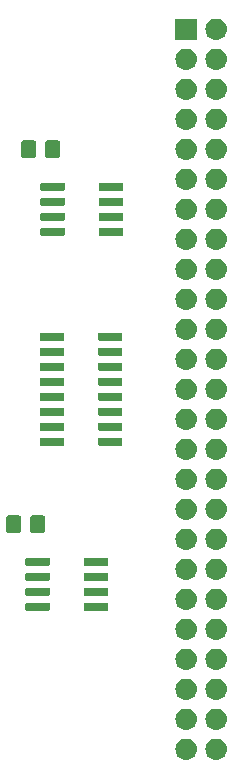
<source format=gbr>
G04 #@! TF.GenerationSoftware,KiCad,Pcbnew,(5.1.4)-1*
G04 #@! TF.CreationDate,2020-08-30T12:58:21+01:00*
G04 #@! TF.ProjectId,KiCadTest,4b694361-6454-4657-9374-2e6b69636164,rev?*
G04 #@! TF.SameCoordinates,Original*
G04 #@! TF.FileFunction,Soldermask,Top*
G04 #@! TF.FilePolarity,Negative*
%FSLAX46Y46*%
G04 Gerber Fmt 4.6, Leading zero omitted, Abs format (unit mm)*
G04 Created by KiCad (PCBNEW (5.1.4)-1) date 2020-08-30 12:58:21*
%MOMM*%
%LPD*%
G04 APERTURE LIST*
%ADD10C,0.100000*%
G04 APERTURE END LIST*
D10*
G36*
X161400443Y-140075519D02*
G01*
X161466627Y-140082037D01*
X161636466Y-140133557D01*
X161792991Y-140217222D01*
X161828729Y-140246552D01*
X161930186Y-140329814D01*
X162013448Y-140431271D01*
X162042778Y-140467009D01*
X162126443Y-140623534D01*
X162177963Y-140793373D01*
X162195359Y-140970000D01*
X162177963Y-141146627D01*
X162126443Y-141316466D01*
X162042778Y-141472991D01*
X162013448Y-141508729D01*
X161930186Y-141610186D01*
X161828729Y-141693448D01*
X161792991Y-141722778D01*
X161636466Y-141806443D01*
X161466627Y-141857963D01*
X161400443Y-141864481D01*
X161334260Y-141871000D01*
X161245740Y-141871000D01*
X161179557Y-141864481D01*
X161113373Y-141857963D01*
X160943534Y-141806443D01*
X160787009Y-141722778D01*
X160751271Y-141693448D01*
X160649814Y-141610186D01*
X160566552Y-141508729D01*
X160537222Y-141472991D01*
X160453557Y-141316466D01*
X160402037Y-141146627D01*
X160384641Y-140970000D01*
X160402037Y-140793373D01*
X160453557Y-140623534D01*
X160537222Y-140467009D01*
X160566552Y-140431271D01*
X160649814Y-140329814D01*
X160751271Y-140246552D01*
X160787009Y-140217222D01*
X160943534Y-140133557D01*
X161113373Y-140082037D01*
X161179557Y-140075519D01*
X161245740Y-140069000D01*
X161334260Y-140069000D01*
X161400443Y-140075519D01*
X161400443Y-140075519D01*
G37*
G36*
X158860443Y-140075519D02*
G01*
X158926627Y-140082037D01*
X159096466Y-140133557D01*
X159252991Y-140217222D01*
X159288729Y-140246552D01*
X159390186Y-140329814D01*
X159473448Y-140431271D01*
X159502778Y-140467009D01*
X159586443Y-140623534D01*
X159637963Y-140793373D01*
X159655359Y-140970000D01*
X159637963Y-141146627D01*
X159586443Y-141316466D01*
X159502778Y-141472991D01*
X159473448Y-141508729D01*
X159390186Y-141610186D01*
X159288729Y-141693448D01*
X159252991Y-141722778D01*
X159096466Y-141806443D01*
X158926627Y-141857963D01*
X158860443Y-141864481D01*
X158794260Y-141871000D01*
X158705740Y-141871000D01*
X158639557Y-141864481D01*
X158573373Y-141857963D01*
X158403534Y-141806443D01*
X158247009Y-141722778D01*
X158211271Y-141693448D01*
X158109814Y-141610186D01*
X158026552Y-141508729D01*
X157997222Y-141472991D01*
X157913557Y-141316466D01*
X157862037Y-141146627D01*
X157844641Y-140970000D01*
X157862037Y-140793373D01*
X157913557Y-140623534D01*
X157997222Y-140467009D01*
X158026552Y-140431271D01*
X158109814Y-140329814D01*
X158211271Y-140246552D01*
X158247009Y-140217222D01*
X158403534Y-140133557D01*
X158573373Y-140082037D01*
X158639557Y-140075519D01*
X158705740Y-140069000D01*
X158794260Y-140069000D01*
X158860443Y-140075519D01*
X158860443Y-140075519D01*
G37*
G36*
X161400443Y-137535519D02*
G01*
X161466627Y-137542037D01*
X161636466Y-137593557D01*
X161792991Y-137677222D01*
X161828729Y-137706552D01*
X161930186Y-137789814D01*
X162013448Y-137891271D01*
X162042778Y-137927009D01*
X162126443Y-138083534D01*
X162177963Y-138253373D01*
X162195359Y-138430000D01*
X162177963Y-138606627D01*
X162126443Y-138776466D01*
X162042778Y-138932991D01*
X162013448Y-138968729D01*
X161930186Y-139070186D01*
X161828729Y-139153448D01*
X161792991Y-139182778D01*
X161636466Y-139266443D01*
X161466627Y-139317963D01*
X161400443Y-139324481D01*
X161334260Y-139331000D01*
X161245740Y-139331000D01*
X161179557Y-139324481D01*
X161113373Y-139317963D01*
X160943534Y-139266443D01*
X160787009Y-139182778D01*
X160751271Y-139153448D01*
X160649814Y-139070186D01*
X160566552Y-138968729D01*
X160537222Y-138932991D01*
X160453557Y-138776466D01*
X160402037Y-138606627D01*
X160384641Y-138430000D01*
X160402037Y-138253373D01*
X160453557Y-138083534D01*
X160537222Y-137927009D01*
X160566552Y-137891271D01*
X160649814Y-137789814D01*
X160751271Y-137706552D01*
X160787009Y-137677222D01*
X160943534Y-137593557D01*
X161113373Y-137542037D01*
X161179557Y-137535519D01*
X161245740Y-137529000D01*
X161334260Y-137529000D01*
X161400443Y-137535519D01*
X161400443Y-137535519D01*
G37*
G36*
X158860443Y-137535519D02*
G01*
X158926627Y-137542037D01*
X159096466Y-137593557D01*
X159252991Y-137677222D01*
X159288729Y-137706552D01*
X159390186Y-137789814D01*
X159473448Y-137891271D01*
X159502778Y-137927009D01*
X159586443Y-138083534D01*
X159637963Y-138253373D01*
X159655359Y-138430000D01*
X159637963Y-138606627D01*
X159586443Y-138776466D01*
X159502778Y-138932991D01*
X159473448Y-138968729D01*
X159390186Y-139070186D01*
X159288729Y-139153448D01*
X159252991Y-139182778D01*
X159096466Y-139266443D01*
X158926627Y-139317963D01*
X158860443Y-139324481D01*
X158794260Y-139331000D01*
X158705740Y-139331000D01*
X158639557Y-139324481D01*
X158573373Y-139317963D01*
X158403534Y-139266443D01*
X158247009Y-139182778D01*
X158211271Y-139153448D01*
X158109814Y-139070186D01*
X158026552Y-138968729D01*
X157997222Y-138932991D01*
X157913557Y-138776466D01*
X157862037Y-138606627D01*
X157844641Y-138430000D01*
X157862037Y-138253373D01*
X157913557Y-138083534D01*
X157997222Y-137927009D01*
X158026552Y-137891271D01*
X158109814Y-137789814D01*
X158211271Y-137706552D01*
X158247009Y-137677222D01*
X158403534Y-137593557D01*
X158573373Y-137542037D01*
X158639557Y-137535519D01*
X158705740Y-137529000D01*
X158794260Y-137529000D01*
X158860443Y-137535519D01*
X158860443Y-137535519D01*
G37*
G36*
X161400442Y-134995518D02*
G01*
X161466627Y-135002037D01*
X161636466Y-135053557D01*
X161792991Y-135137222D01*
X161828729Y-135166552D01*
X161930186Y-135249814D01*
X162013448Y-135351271D01*
X162042778Y-135387009D01*
X162126443Y-135543534D01*
X162177963Y-135713373D01*
X162195359Y-135890000D01*
X162177963Y-136066627D01*
X162126443Y-136236466D01*
X162042778Y-136392991D01*
X162013448Y-136428729D01*
X161930186Y-136530186D01*
X161828729Y-136613448D01*
X161792991Y-136642778D01*
X161636466Y-136726443D01*
X161466627Y-136777963D01*
X161400442Y-136784482D01*
X161334260Y-136791000D01*
X161245740Y-136791000D01*
X161179558Y-136784482D01*
X161113373Y-136777963D01*
X160943534Y-136726443D01*
X160787009Y-136642778D01*
X160751271Y-136613448D01*
X160649814Y-136530186D01*
X160566552Y-136428729D01*
X160537222Y-136392991D01*
X160453557Y-136236466D01*
X160402037Y-136066627D01*
X160384641Y-135890000D01*
X160402037Y-135713373D01*
X160453557Y-135543534D01*
X160537222Y-135387009D01*
X160566552Y-135351271D01*
X160649814Y-135249814D01*
X160751271Y-135166552D01*
X160787009Y-135137222D01*
X160943534Y-135053557D01*
X161113373Y-135002037D01*
X161179558Y-134995518D01*
X161245740Y-134989000D01*
X161334260Y-134989000D01*
X161400442Y-134995518D01*
X161400442Y-134995518D01*
G37*
G36*
X158860442Y-134995518D02*
G01*
X158926627Y-135002037D01*
X159096466Y-135053557D01*
X159252991Y-135137222D01*
X159288729Y-135166552D01*
X159390186Y-135249814D01*
X159473448Y-135351271D01*
X159502778Y-135387009D01*
X159586443Y-135543534D01*
X159637963Y-135713373D01*
X159655359Y-135890000D01*
X159637963Y-136066627D01*
X159586443Y-136236466D01*
X159502778Y-136392991D01*
X159473448Y-136428729D01*
X159390186Y-136530186D01*
X159288729Y-136613448D01*
X159252991Y-136642778D01*
X159096466Y-136726443D01*
X158926627Y-136777963D01*
X158860442Y-136784482D01*
X158794260Y-136791000D01*
X158705740Y-136791000D01*
X158639558Y-136784482D01*
X158573373Y-136777963D01*
X158403534Y-136726443D01*
X158247009Y-136642778D01*
X158211271Y-136613448D01*
X158109814Y-136530186D01*
X158026552Y-136428729D01*
X157997222Y-136392991D01*
X157913557Y-136236466D01*
X157862037Y-136066627D01*
X157844641Y-135890000D01*
X157862037Y-135713373D01*
X157913557Y-135543534D01*
X157997222Y-135387009D01*
X158026552Y-135351271D01*
X158109814Y-135249814D01*
X158211271Y-135166552D01*
X158247009Y-135137222D01*
X158403534Y-135053557D01*
X158573373Y-135002037D01*
X158639558Y-134995518D01*
X158705740Y-134989000D01*
X158794260Y-134989000D01*
X158860442Y-134995518D01*
X158860442Y-134995518D01*
G37*
G36*
X158860442Y-132455518D02*
G01*
X158926627Y-132462037D01*
X159096466Y-132513557D01*
X159252991Y-132597222D01*
X159288729Y-132626552D01*
X159390186Y-132709814D01*
X159473448Y-132811271D01*
X159502778Y-132847009D01*
X159586443Y-133003534D01*
X159637963Y-133173373D01*
X159655359Y-133350000D01*
X159637963Y-133526627D01*
X159586443Y-133696466D01*
X159502778Y-133852991D01*
X159473448Y-133888729D01*
X159390186Y-133990186D01*
X159288729Y-134073448D01*
X159252991Y-134102778D01*
X159096466Y-134186443D01*
X158926627Y-134237963D01*
X158860443Y-134244481D01*
X158794260Y-134251000D01*
X158705740Y-134251000D01*
X158639557Y-134244481D01*
X158573373Y-134237963D01*
X158403534Y-134186443D01*
X158247009Y-134102778D01*
X158211271Y-134073448D01*
X158109814Y-133990186D01*
X158026552Y-133888729D01*
X157997222Y-133852991D01*
X157913557Y-133696466D01*
X157862037Y-133526627D01*
X157844641Y-133350000D01*
X157862037Y-133173373D01*
X157913557Y-133003534D01*
X157997222Y-132847009D01*
X158026552Y-132811271D01*
X158109814Y-132709814D01*
X158211271Y-132626552D01*
X158247009Y-132597222D01*
X158403534Y-132513557D01*
X158573373Y-132462037D01*
X158639558Y-132455518D01*
X158705740Y-132449000D01*
X158794260Y-132449000D01*
X158860442Y-132455518D01*
X158860442Y-132455518D01*
G37*
G36*
X161400442Y-132455518D02*
G01*
X161466627Y-132462037D01*
X161636466Y-132513557D01*
X161792991Y-132597222D01*
X161828729Y-132626552D01*
X161930186Y-132709814D01*
X162013448Y-132811271D01*
X162042778Y-132847009D01*
X162126443Y-133003534D01*
X162177963Y-133173373D01*
X162195359Y-133350000D01*
X162177963Y-133526627D01*
X162126443Y-133696466D01*
X162042778Y-133852991D01*
X162013448Y-133888729D01*
X161930186Y-133990186D01*
X161828729Y-134073448D01*
X161792991Y-134102778D01*
X161636466Y-134186443D01*
X161466627Y-134237963D01*
X161400443Y-134244481D01*
X161334260Y-134251000D01*
X161245740Y-134251000D01*
X161179557Y-134244481D01*
X161113373Y-134237963D01*
X160943534Y-134186443D01*
X160787009Y-134102778D01*
X160751271Y-134073448D01*
X160649814Y-133990186D01*
X160566552Y-133888729D01*
X160537222Y-133852991D01*
X160453557Y-133696466D01*
X160402037Y-133526627D01*
X160384641Y-133350000D01*
X160402037Y-133173373D01*
X160453557Y-133003534D01*
X160537222Y-132847009D01*
X160566552Y-132811271D01*
X160649814Y-132709814D01*
X160751271Y-132626552D01*
X160787009Y-132597222D01*
X160943534Y-132513557D01*
X161113373Y-132462037D01*
X161179558Y-132455518D01*
X161245740Y-132449000D01*
X161334260Y-132449000D01*
X161400442Y-132455518D01*
X161400442Y-132455518D01*
G37*
G36*
X158860442Y-129915518D02*
G01*
X158926627Y-129922037D01*
X159096466Y-129973557D01*
X159252991Y-130057222D01*
X159288729Y-130086552D01*
X159390186Y-130169814D01*
X159473448Y-130271271D01*
X159502778Y-130307009D01*
X159586443Y-130463534D01*
X159637963Y-130633373D01*
X159655359Y-130810000D01*
X159637963Y-130986627D01*
X159586443Y-131156466D01*
X159502778Y-131312991D01*
X159473448Y-131348729D01*
X159390186Y-131450186D01*
X159288729Y-131533448D01*
X159252991Y-131562778D01*
X159096466Y-131646443D01*
X158926627Y-131697963D01*
X158860443Y-131704481D01*
X158794260Y-131711000D01*
X158705740Y-131711000D01*
X158639557Y-131704481D01*
X158573373Y-131697963D01*
X158403534Y-131646443D01*
X158247009Y-131562778D01*
X158211271Y-131533448D01*
X158109814Y-131450186D01*
X158026552Y-131348729D01*
X157997222Y-131312991D01*
X157913557Y-131156466D01*
X157862037Y-130986627D01*
X157844641Y-130810000D01*
X157862037Y-130633373D01*
X157913557Y-130463534D01*
X157997222Y-130307009D01*
X158026552Y-130271271D01*
X158109814Y-130169814D01*
X158211271Y-130086552D01*
X158247009Y-130057222D01*
X158403534Y-129973557D01*
X158573373Y-129922037D01*
X158639558Y-129915518D01*
X158705740Y-129909000D01*
X158794260Y-129909000D01*
X158860442Y-129915518D01*
X158860442Y-129915518D01*
G37*
G36*
X161400442Y-129915518D02*
G01*
X161466627Y-129922037D01*
X161636466Y-129973557D01*
X161792991Y-130057222D01*
X161828729Y-130086552D01*
X161930186Y-130169814D01*
X162013448Y-130271271D01*
X162042778Y-130307009D01*
X162126443Y-130463534D01*
X162177963Y-130633373D01*
X162195359Y-130810000D01*
X162177963Y-130986627D01*
X162126443Y-131156466D01*
X162042778Y-131312991D01*
X162013448Y-131348729D01*
X161930186Y-131450186D01*
X161828729Y-131533448D01*
X161792991Y-131562778D01*
X161636466Y-131646443D01*
X161466627Y-131697963D01*
X161400443Y-131704481D01*
X161334260Y-131711000D01*
X161245740Y-131711000D01*
X161179557Y-131704481D01*
X161113373Y-131697963D01*
X160943534Y-131646443D01*
X160787009Y-131562778D01*
X160751271Y-131533448D01*
X160649814Y-131450186D01*
X160566552Y-131348729D01*
X160537222Y-131312991D01*
X160453557Y-131156466D01*
X160402037Y-130986627D01*
X160384641Y-130810000D01*
X160402037Y-130633373D01*
X160453557Y-130463534D01*
X160537222Y-130307009D01*
X160566552Y-130271271D01*
X160649814Y-130169814D01*
X160751271Y-130086552D01*
X160787009Y-130057222D01*
X160943534Y-129973557D01*
X161113373Y-129922037D01*
X161179558Y-129915518D01*
X161245740Y-129909000D01*
X161334260Y-129909000D01*
X161400442Y-129915518D01*
X161400442Y-129915518D01*
G37*
G36*
X152064928Y-128556764D02*
G01*
X152086009Y-128563160D01*
X152105445Y-128573548D01*
X152122476Y-128587524D01*
X152136452Y-128604555D01*
X152146840Y-128623991D01*
X152153236Y-128645072D01*
X152156000Y-128673140D01*
X152156000Y-129136860D01*
X152153236Y-129164928D01*
X152146840Y-129186009D01*
X152136452Y-129205445D01*
X152122476Y-129222476D01*
X152105445Y-129236452D01*
X152086009Y-129246840D01*
X152064928Y-129253236D01*
X152036860Y-129256000D01*
X150223140Y-129256000D01*
X150195072Y-129253236D01*
X150173991Y-129246840D01*
X150154555Y-129236452D01*
X150137524Y-129222476D01*
X150123548Y-129205445D01*
X150113160Y-129186009D01*
X150106764Y-129164928D01*
X150104000Y-129136860D01*
X150104000Y-128673140D01*
X150106764Y-128645072D01*
X150113160Y-128623991D01*
X150123548Y-128604555D01*
X150137524Y-128587524D01*
X150154555Y-128573548D01*
X150173991Y-128563160D01*
X150195072Y-128556764D01*
X150223140Y-128554000D01*
X152036860Y-128554000D01*
X152064928Y-128556764D01*
X152064928Y-128556764D01*
G37*
G36*
X147114928Y-128556764D02*
G01*
X147136009Y-128563160D01*
X147155445Y-128573548D01*
X147172476Y-128587524D01*
X147186452Y-128604555D01*
X147196840Y-128623991D01*
X147203236Y-128645072D01*
X147206000Y-128673140D01*
X147206000Y-129136860D01*
X147203236Y-129164928D01*
X147196840Y-129186009D01*
X147186452Y-129205445D01*
X147172476Y-129222476D01*
X147155445Y-129236452D01*
X147136009Y-129246840D01*
X147114928Y-129253236D01*
X147086860Y-129256000D01*
X145273140Y-129256000D01*
X145245072Y-129253236D01*
X145223991Y-129246840D01*
X145204555Y-129236452D01*
X145187524Y-129222476D01*
X145173548Y-129205445D01*
X145163160Y-129186009D01*
X145156764Y-129164928D01*
X145154000Y-129136860D01*
X145154000Y-128673140D01*
X145156764Y-128645072D01*
X145163160Y-128623991D01*
X145173548Y-128604555D01*
X145187524Y-128587524D01*
X145204555Y-128573548D01*
X145223991Y-128563160D01*
X145245072Y-128556764D01*
X145273140Y-128554000D01*
X147086860Y-128554000D01*
X147114928Y-128556764D01*
X147114928Y-128556764D01*
G37*
G36*
X158855909Y-127375072D02*
G01*
X158926627Y-127382037D01*
X159096466Y-127433557D01*
X159252991Y-127517222D01*
X159288729Y-127546552D01*
X159390186Y-127629814D01*
X159473448Y-127731271D01*
X159502778Y-127767009D01*
X159586443Y-127923534D01*
X159637963Y-128093373D01*
X159655359Y-128270000D01*
X159637963Y-128446627D01*
X159586443Y-128616466D01*
X159502778Y-128772991D01*
X159473448Y-128808729D01*
X159390186Y-128910186D01*
X159288729Y-128993448D01*
X159252991Y-129022778D01*
X159096466Y-129106443D01*
X158926627Y-129157963D01*
X158860442Y-129164482D01*
X158794260Y-129171000D01*
X158705740Y-129171000D01*
X158639558Y-129164482D01*
X158573373Y-129157963D01*
X158403534Y-129106443D01*
X158247009Y-129022778D01*
X158211271Y-128993448D01*
X158109814Y-128910186D01*
X158026552Y-128808729D01*
X157997222Y-128772991D01*
X157913557Y-128616466D01*
X157862037Y-128446627D01*
X157844641Y-128270000D01*
X157862037Y-128093373D01*
X157913557Y-127923534D01*
X157997222Y-127767009D01*
X158026552Y-127731271D01*
X158109814Y-127629814D01*
X158211271Y-127546552D01*
X158247009Y-127517222D01*
X158403534Y-127433557D01*
X158573373Y-127382037D01*
X158644091Y-127375072D01*
X158705740Y-127369000D01*
X158794260Y-127369000D01*
X158855909Y-127375072D01*
X158855909Y-127375072D01*
G37*
G36*
X161395909Y-127375072D02*
G01*
X161466627Y-127382037D01*
X161636466Y-127433557D01*
X161792991Y-127517222D01*
X161828729Y-127546552D01*
X161930186Y-127629814D01*
X162013448Y-127731271D01*
X162042778Y-127767009D01*
X162126443Y-127923534D01*
X162177963Y-128093373D01*
X162195359Y-128270000D01*
X162177963Y-128446627D01*
X162126443Y-128616466D01*
X162042778Y-128772991D01*
X162013448Y-128808729D01*
X161930186Y-128910186D01*
X161828729Y-128993448D01*
X161792991Y-129022778D01*
X161636466Y-129106443D01*
X161466627Y-129157963D01*
X161400442Y-129164482D01*
X161334260Y-129171000D01*
X161245740Y-129171000D01*
X161179558Y-129164482D01*
X161113373Y-129157963D01*
X160943534Y-129106443D01*
X160787009Y-129022778D01*
X160751271Y-128993448D01*
X160649814Y-128910186D01*
X160566552Y-128808729D01*
X160537222Y-128772991D01*
X160453557Y-128616466D01*
X160402037Y-128446627D01*
X160384641Y-128270000D01*
X160402037Y-128093373D01*
X160453557Y-127923534D01*
X160537222Y-127767009D01*
X160566552Y-127731271D01*
X160649814Y-127629814D01*
X160751271Y-127546552D01*
X160787009Y-127517222D01*
X160943534Y-127433557D01*
X161113373Y-127382037D01*
X161184091Y-127375072D01*
X161245740Y-127369000D01*
X161334260Y-127369000D01*
X161395909Y-127375072D01*
X161395909Y-127375072D01*
G37*
G36*
X152064928Y-127286764D02*
G01*
X152086009Y-127293160D01*
X152105445Y-127303548D01*
X152122476Y-127317524D01*
X152136452Y-127334555D01*
X152146840Y-127353991D01*
X152153236Y-127375072D01*
X152156000Y-127403140D01*
X152156000Y-127866860D01*
X152153236Y-127894928D01*
X152146840Y-127916009D01*
X152136452Y-127935445D01*
X152122476Y-127952476D01*
X152105445Y-127966452D01*
X152086009Y-127976840D01*
X152064928Y-127983236D01*
X152036860Y-127986000D01*
X150223140Y-127986000D01*
X150195072Y-127983236D01*
X150173991Y-127976840D01*
X150154555Y-127966452D01*
X150137524Y-127952476D01*
X150123548Y-127935445D01*
X150113160Y-127916009D01*
X150106764Y-127894928D01*
X150104000Y-127866860D01*
X150104000Y-127403140D01*
X150106764Y-127375072D01*
X150113160Y-127353991D01*
X150123548Y-127334555D01*
X150137524Y-127317524D01*
X150154555Y-127303548D01*
X150173991Y-127293160D01*
X150195072Y-127286764D01*
X150223140Y-127284000D01*
X152036860Y-127284000D01*
X152064928Y-127286764D01*
X152064928Y-127286764D01*
G37*
G36*
X147114928Y-127286764D02*
G01*
X147136009Y-127293160D01*
X147155445Y-127303548D01*
X147172476Y-127317524D01*
X147186452Y-127334555D01*
X147196840Y-127353991D01*
X147203236Y-127375072D01*
X147206000Y-127403140D01*
X147206000Y-127866860D01*
X147203236Y-127894928D01*
X147196840Y-127916009D01*
X147186452Y-127935445D01*
X147172476Y-127952476D01*
X147155445Y-127966452D01*
X147136009Y-127976840D01*
X147114928Y-127983236D01*
X147086860Y-127986000D01*
X145273140Y-127986000D01*
X145245072Y-127983236D01*
X145223991Y-127976840D01*
X145204555Y-127966452D01*
X145187524Y-127952476D01*
X145173548Y-127935445D01*
X145163160Y-127916009D01*
X145156764Y-127894928D01*
X145154000Y-127866860D01*
X145154000Y-127403140D01*
X145156764Y-127375072D01*
X145163160Y-127353991D01*
X145173548Y-127334555D01*
X145187524Y-127317524D01*
X145204555Y-127303548D01*
X145223991Y-127293160D01*
X145245072Y-127286764D01*
X145273140Y-127284000D01*
X147086860Y-127284000D01*
X147114928Y-127286764D01*
X147114928Y-127286764D01*
G37*
G36*
X152064928Y-126016764D02*
G01*
X152086009Y-126023160D01*
X152105445Y-126033548D01*
X152122476Y-126047524D01*
X152136452Y-126064555D01*
X152146840Y-126083991D01*
X152153236Y-126105072D01*
X152156000Y-126133140D01*
X152156000Y-126596860D01*
X152153236Y-126624928D01*
X152146840Y-126646009D01*
X152136452Y-126665445D01*
X152122476Y-126682476D01*
X152105445Y-126696452D01*
X152086009Y-126706840D01*
X152064928Y-126713236D01*
X152036860Y-126716000D01*
X150223140Y-126716000D01*
X150195072Y-126713236D01*
X150173991Y-126706840D01*
X150154555Y-126696452D01*
X150137524Y-126682476D01*
X150123548Y-126665445D01*
X150113160Y-126646009D01*
X150106764Y-126624928D01*
X150104000Y-126596860D01*
X150104000Y-126133140D01*
X150106764Y-126105072D01*
X150113160Y-126083991D01*
X150123548Y-126064555D01*
X150137524Y-126047524D01*
X150154555Y-126033548D01*
X150173991Y-126023160D01*
X150195072Y-126016764D01*
X150223140Y-126014000D01*
X152036860Y-126014000D01*
X152064928Y-126016764D01*
X152064928Y-126016764D01*
G37*
G36*
X147114928Y-126016764D02*
G01*
X147136009Y-126023160D01*
X147155445Y-126033548D01*
X147172476Y-126047524D01*
X147186452Y-126064555D01*
X147196840Y-126083991D01*
X147203236Y-126105072D01*
X147206000Y-126133140D01*
X147206000Y-126596860D01*
X147203236Y-126624928D01*
X147196840Y-126646009D01*
X147186452Y-126665445D01*
X147172476Y-126682476D01*
X147155445Y-126696452D01*
X147136009Y-126706840D01*
X147114928Y-126713236D01*
X147086860Y-126716000D01*
X145273140Y-126716000D01*
X145245072Y-126713236D01*
X145223991Y-126706840D01*
X145204555Y-126696452D01*
X145187524Y-126682476D01*
X145173548Y-126665445D01*
X145163160Y-126646009D01*
X145156764Y-126624928D01*
X145154000Y-126596860D01*
X145154000Y-126133140D01*
X145156764Y-126105072D01*
X145163160Y-126083991D01*
X145173548Y-126064555D01*
X145187524Y-126047524D01*
X145204555Y-126033548D01*
X145223991Y-126023160D01*
X145245072Y-126016764D01*
X145273140Y-126014000D01*
X147086860Y-126014000D01*
X147114928Y-126016764D01*
X147114928Y-126016764D01*
G37*
G36*
X161395909Y-124835072D02*
G01*
X161466627Y-124842037D01*
X161636466Y-124893557D01*
X161792991Y-124977222D01*
X161828729Y-125006552D01*
X161930186Y-125089814D01*
X162013448Y-125191271D01*
X162042778Y-125227009D01*
X162126443Y-125383534D01*
X162177963Y-125553373D01*
X162195359Y-125730000D01*
X162177963Y-125906627D01*
X162126443Y-126076466D01*
X162042778Y-126232991D01*
X162013448Y-126268729D01*
X161930186Y-126370186D01*
X161828729Y-126453448D01*
X161792991Y-126482778D01*
X161636466Y-126566443D01*
X161466627Y-126617963D01*
X161400442Y-126624482D01*
X161334260Y-126631000D01*
X161245740Y-126631000D01*
X161179558Y-126624482D01*
X161113373Y-126617963D01*
X160943534Y-126566443D01*
X160787009Y-126482778D01*
X160751271Y-126453448D01*
X160649814Y-126370186D01*
X160566552Y-126268729D01*
X160537222Y-126232991D01*
X160453557Y-126076466D01*
X160402037Y-125906627D01*
X160384641Y-125730000D01*
X160402037Y-125553373D01*
X160453557Y-125383534D01*
X160537222Y-125227009D01*
X160566552Y-125191271D01*
X160649814Y-125089814D01*
X160751271Y-125006552D01*
X160787009Y-124977222D01*
X160943534Y-124893557D01*
X161113373Y-124842037D01*
X161184091Y-124835072D01*
X161245740Y-124829000D01*
X161334260Y-124829000D01*
X161395909Y-124835072D01*
X161395909Y-124835072D01*
G37*
G36*
X158855909Y-124835072D02*
G01*
X158926627Y-124842037D01*
X159096466Y-124893557D01*
X159252991Y-124977222D01*
X159288729Y-125006552D01*
X159390186Y-125089814D01*
X159473448Y-125191271D01*
X159502778Y-125227009D01*
X159586443Y-125383534D01*
X159637963Y-125553373D01*
X159655359Y-125730000D01*
X159637963Y-125906627D01*
X159586443Y-126076466D01*
X159502778Y-126232991D01*
X159473448Y-126268729D01*
X159390186Y-126370186D01*
X159288729Y-126453448D01*
X159252991Y-126482778D01*
X159096466Y-126566443D01*
X158926627Y-126617963D01*
X158860442Y-126624482D01*
X158794260Y-126631000D01*
X158705740Y-126631000D01*
X158639558Y-126624482D01*
X158573373Y-126617963D01*
X158403534Y-126566443D01*
X158247009Y-126482778D01*
X158211271Y-126453448D01*
X158109814Y-126370186D01*
X158026552Y-126268729D01*
X157997222Y-126232991D01*
X157913557Y-126076466D01*
X157862037Y-125906627D01*
X157844641Y-125730000D01*
X157862037Y-125553373D01*
X157913557Y-125383534D01*
X157997222Y-125227009D01*
X158026552Y-125191271D01*
X158109814Y-125089814D01*
X158211271Y-125006552D01*
X158247009Y-124977222D01*
X158403534Y-124893557D01*
X158573373Y-124842037D01*
X158644091Y-124835072D01*
X158705740Y-124829000D01*
X158794260Y-124829000D01*
X158855909Y-124835072D01*
X158855909Y-124835072D01*
G37*
G36*
X147114928Y-124746764D02*
G01*
X147136009Y-124753160D01*
X147155445Y-124763548D01*
X147172476Y-124777524D01*
X147186452Y-124794555D01*
X147196840Y-124813991D01*
X147203236Y-124835072D01*
X147206000Y-124863140D01*
X147206000Y-125326860D01*
X147203236Y-125354928D01*
X147196840Y-125376009D01*
X147186452Y-125395445D01*
X147172476Y-125412476D01*
X147155445Y-125426452D01*
X147136009Y-125436840D01*
X147114928Y-125443236D01*
X147086860Y-125446000D01*
X145273140Y-125446000D01*
X145245072Y-125443236D01*
X145223991Y-125436840D01*
X145204555Y-125426452D01*
X145187524Y-125412476D01*
X145173548Y-125395445D01*
X145163160Y-125376009D01*
X145156764Y-125354928D01*
X145154000Y-125326860D01*
X145154000Y-124863140D01*
X145156764Y-124835072D01*
X145163160Y-124813991D01*
X145173548Y-124794555D01*
X145187524Y-124777524D01*
X145204555Y-124763548D01*
X145223991Y-124753160D01*
X145245072Y-124746764D01*
X145273140Y-124744000D01*
X147086860Y-124744000D01*
X147114928Y-124746764D01*
X147114928Y-124746764D01*
G37*
G36*
X152064928Y-124746764D02*
G01*
X152086009Y-124753160D01*
X152105445Y-124763548D01*
X152122476Y-124777524D01*
X152136452Y-124794555D01*
X152146840Y-124813991D01*
X152153236Y-124835072D01*
X152156000Y-124863140D01*
X152156000Y-125326860D01*
X152153236Y-125354928D01*
X152146840Y-125376009D01*
X152136452Y-125395445D01*
X152122476Y-125412476D01*
X152105445Y-125426452D01*
X152086009Y-125436840D01*
X152064928Y-125443236D01*
X152036860Y-125446000D01*
X150223140Y-125446000D01*
X150195072Y-125443236D01*
X150173991Y-125436840D01*
X150154555Y-125426452D01*
X150137524Y-125412476D01*
X150123548Y-125395445D01*
X150113160Y-125376009D01*
X150106764Y-125354928D01*
X150104000Y-125326860D01*
X150104000Y-124863140D01*
X150106764Y-124835072D01*
X150113160Y-124813991D01*
X150123548Y-124794555D01*
X150137524Y-124777524D01*
X150154555Y-124763548D01*
X150173991Y-124753160D01*
X150195072Y-124746764D01*
X150223140Y-124744000D01*
X152036860Y-124744000D01*
X152064928Y-124746764D01*
X152064928Y-124746764D01*
G37*
G36*
X158860443Y-122295519D02*
G01*
X158926627Y-122302037D01*
X159096466Y-122353557D01*
X159252991Y-122437222D01*
X159284814Y-122463339D01*
X159390186Y-122549814D01*
X159451996Y-122625131D01*
X159502778Y-122687009D01*
X159586443Y-122843534D01*
X159637963Y-123013373D01*
X159655359Y-123190000D01*
X159637963Y-123366627D01*
X159586443Y-123536466D01*
X159502778Y-123692991D01*
X159473448Y-123728729D01*
X159390186Y-123830186D01*
X159288729Y-123913448D01*
X159252991Y-123942778D01*
X159096466Y-124026443D01*
X158926627Y-124077963D01*
X158860442Y-124084482D01*
X158794260Y-124091000D01*
X158705740Y-124091000D01*
X158639558Y-124084482D01*
X158573373Y-124077963D01*
X158403534Y-124026443D01*
X158247009Y-123942778D01*
X158211271Y-123913448D01*
X158109814Y-123830186D01*
X158026552Y-123728729D01*
X157997222Y-123692991D01*
X157913557Y-123536466D01*
X157862037Y-123366627D01*
X157844641Y-123190000D01*
X157862037Y-123013373D01*
X157913557Y-122843534D01*
X157997222Y-122687009D01*
X158048004Y-122625131D01*
X158109814Y-122549814D01*
X158215186Y-122463339D01*
X158247009Y-122437222D01*
X158403534Y-122353557D01*
X158573373Y-122302037D01*
X158639557Y-122295519D01*
X158705740Y-122289000D01*
X158794260Y-122289000D01*
X158860443Y-122295519D01*
X158860443Y-122295519D01*
G37*
G36*
X161400443Y-122295519D02*
G01*
X161466627Y-122302037D01*
X161636466Y-122353557D01*
X161792991Y-122437222D01*
X161824814Y-122463339D01*
X161930186Y-122549814D01*
X161991996Y-122625131D01*
X162042778Y-122687009D01*
X162126443Y-122843534D01*
X162177963Y-123013373D01*
X162195359Y-123190000D01*
X162177963Y-123366627D01*
X162126443Y-123536466D01*
X162042778Y-123692991D01*
X162013448Y-123728729D01*
X161930186Y-123830186D01*
X161828729Y-123913448D01*
X161792991Y-123942778D01*
X161636466Y-124026443D01*
X161466627Y-124077963D01*
X161400442Y-124084482D01*
X161334260Y-124091000D01*
X161245740Y-124091000D01*
X161179558Y-124084482D01*
X161113373Y-124077963D01*
X160943534Y-124026443D01*
X160787009Y-123942778D01*
X160751271Y-123913448D01*
X160649814Y-123830186D01*
X160566552Y-123728729D01*
X160537222Y-123692991D01*
X160453557Y-123536466D01*
X160402037Y-123366627D01*
X160384641Y-123190000D01*
X160402037Y-123013373D01*
X160453557Y-122843534D01*
X160537222Y-122687009D01*
X160588004Y-122625131D01*
X160649814Y-122549814D01*
X160755186Y-122463339D01*
X160787009Y-122437222D01*
X160943534Y-122353557D01*
X161113373Y-122302037D01*
X161179557Y-122295519D01*
X161245740Y-122289000D01*
X161334260Y-122289000D01*
X161400443Y-122295519D01*
X161400443Y-122295519D01*
G37*
G36*
X144608674Y-121173465D02*
G01*
X144646367Y-121184899D01*
X144681103Y-121203466D01*
X144711548Y-121228452D01*
X144736534Y-121258897D01*
X144755101Y-121293633D01*
X144766535Y-121331326D01*
X144771000Y-121376661D01*
X144771000Y-122463339D01*
X144766535Y-122508674D01*
X144755101Y-122546367D01*
X144736534Y-122581103D01*
X144711548Y-122611548D01*
X144681103Y-122636534D01*
X144646367Y-122655101D01*
X144608674Y-122666535D01*
X144563339Y-122671000D01*
X143726661Y-122671000D01*
X143681326Y-122666535D01*
X143643633Y-122655101D01*
X143608897Y-122636534D01*
X143578452Y-122611548D01*
X143553466Y-122581103D01*
X143534899Y-122546367D01*
X143523465Y-122508674D01*
X143519000Y-122463339D01*
X143519000Y-121376661D01*
X143523465Y-121331326D01*
X143534899Y-121293633D01*
X143553466Y-121258897D01*
X143578452Y-121228452D01*
X143608897Y-121203466D01*
X143643633Y-121184899D01*
X143681326Y-121173465D01*
X143726661Y-121169000D01*
X144563339Y-121169000D01*
X144608674Y-121173465D01*
X144608674Y-121173465D01*
G37*
G36*
X146658674Y-121173465D02*
G01*
X146696367Y-121184899D01*
X146731103Y-121203466D01*
X146761548Y-121228452D01*
X146786534Y-121258897D01*
X146805101Y-121293633D01*
X146816535Y-121331326D01*
X146821000Y-121376661D01*
X146821000Y-122463339D01*
X146816535Y-122508674D01*
X146805101Y-122546367D01*
X146786534Y-122581103D01*
X146761548Y-122611548D01*
X146731103Y-122636534D01*
X146696367Y-122655101D01*
X146658674Y-122666535D01*
X146613339Y-122671000D01*
X145776661Y-122671000D01*
X145731326Y-122666535D01*
X145693633Y-122655101D01*
X145658897Y-122636534D01*
X145628452Y-122611548D01*
X145603466Y-122581103D01*
X145584899Y-122546367D01*
X145573465Y-122508674D01*
X145569000Y-122463339D01*
X145569000Y-121376661D01*
X145573465Y-121331326D01*
X145584899Y-121293633D01*
X145603466Y-121258897D01*
X145628452Y-121228452D01*
X145658897Y-121203466D01*
X145693633Y-121184899D01*
X145731326Y-121173465D01*
X145776661Y-121169000D01*
X146613339Y-121169000D01*
X146658674Y-121173465D01*
X146658674Y-121173465D01*
G37*
G36*
X161400442Y-119755518D02*
G01*
X161466627Y-119762037D01*
X161636466Y-119813557D01*
X161792991Y-119897222D01*
X161828729Y-119926552D01*
X161930186Y-120009814D01*
X162013448Y-120111271D01*
X162042778Y-120147009D01*
X162126443Y-120303534D01*
X162177963Y-120473373D01*
X162195359Y-120650000D01*
X162177963Y-120826627D01*
X162126443Y-120996466D01*
X162042778Y-121152991D01*
X162025975Y-121173465D01*
X161930186Y-121290186D01*
X161828729Y-121373448D01*
X161792991Y-121402778D01*
X161636466Y-121486443D01*
X161466627Y-121537963D01*
X161400443Y-121544481D01*
X161334260Y-121551000D01*
X161245740Y-121551000D01*
X161179557Y-121544481D01*
X161113373Y-121537963D01*
X160943534Y-121486443D01*
X160787009Y-121402778D01*
X160751271Y-121373448D01*
X160649814Y-121290186D01*
X160554025Y-121173465D01*
X160537222Y-121152991D01*
X160453557Y-120996466D01*
X160402037Y-120826627D01*
X160384641Y-120650000D01*
X160402037Y-120473373D01*
X160453557Y-120303534D01*
X160537222Y-120147009D01*
X160566552Y-120111271D01*
X160649814Y-120009814D01*
X160751271Y-119926552D01*
X160787009Y-119897222D01*
X160943534Y-119813557D01*
X161113373Y-119762037D01*
X161179558Y-119755518D01*
X161245740Y-119749000D01*
X161334260Y-119749000D01*
X161400442Y-119755518D01*
X161400442Y-119755518D01*
G37*
G36*
X158860442Y-119755518D02*
G01*
X158926627Y-119762037D01*
X159096466Y-119813557D01*
X159252991Y-119897222D01*
X159288729Y-119926552D01*
X159390186Y-120009814D01*
X159473448Y-120111271D01*
X159502778Y-120147009D01*
X159586443Y-120303534D01*
X159637963Y-120473373D01*
X159655359Y-120650000D01*
X159637963Y-120826627D01*
X159586443Y-120996466D01*
X159502778Y-121152991D01*
X159485975Y-121173465D01*
X159390186Y-121290186D01*
X159288729Y-121373448D01*
X159252991Y-121402778D01*
X159096466Y-121486443D01*
X158926627Y-121537963D01*
X158860443Y-121544481D01*
X158794260Y-121551000D01*
X158705740Y-121551000D01*
X158639557Y-121544481D01*
X158573373Y-121537963D01*
X158403534Y-121486443D01*
X158247009Y-121402778D01*
X158211271Y-121373448D01*
X158109814Y-121290186D01*
X158014025Y-121173465D01*
X157997222Y-121152991D01*
X157913557Y-120996466D01*
X157862037Y-120826627D01*
X157844641Y-120650000D01*
X157862037Y-120473373D01*
X157913557Y-120303534D01*
X157997222Y-120147009D01*
X158026552Y-120111271D01*
X158109814Y-120009814D01*
X158211271Y-119926552D01*
X158247009Y-119897222D01*
X158403534Y-119813557D01*
X158573373Y-119762037D01*
X158639558Y-119755518D01*
X158705740Y-119749000D01*
X158794260Y-119749000D01*
X158860442Y-119755518D01*
X158860442Y-119755518D01*
G37*
G36*
X158860443Y-117215519D02*
G01*
X158926627Y-117222037D01*
X159096466Y-117273557D01*
X159252991Y-117357222D01*
X159288729Y-117386552D01*
X159390186Y-117469814D01*
X159473448Y-117571271D01*
X159502778Y-117607009D01*
X159586443Y-117763534D01*
X159637963Y-117933373D01*
X159655359Y-118110000D01*
X159637963Y-118286627D01*
X159586443Y-118456466D01*
X159502778Y-118612991D01*
X159473448Y-118648729D01*
X159390186Y-118750186D01*
X159288729Y-118833448D01*
X159252991Y-118862778D01*
X159096466Y-118946443D01*
X158926627Y-118997963D01*
X158860443Y-119004481D01*
X158794260Y-119011000D01*
X158705740Y-119011000D01*
X158639557Y-119004481D01*
X158573373Y-118997963D01*
X158403534Y-118946443D01*
X158247009Y-118862778D01*
X158211271Y-118833448D01*
X158109814Y-118750186D01*
X158026552Y-118648729D01*
X157997222Y-118612991D01*
X157913557Y-118456466D01*
X157862037Y-118286627D01*
X157844641Y-118110000D01*
X157862037Y-117933373D01*
X157913557Y-117763534D01*
X157997222Y-117607009D01*
X158026552Y-117571271D01*
X158109814Y-117469814D01*
X158211271Y-117386552D01*
X158247009Y-117357222D01*
X158403534Y-117273557D01*
X158573373Y-117222037D01*
X158639557Y-117215519D01*
X158705740Y-117209000D01*
X158794260Y-117209000D01*
X158860443Y-117215519D01*
X158860443Y-117215519D01*
G37*
G36*
X161400443Y-117215519D02*
G01*
X161466627Y-117222037D01*
X161636466Y-117273557D01*
X161792991Y-117357222D01*
X161828729Y-117386552D01*
X161930186Y-117469814D01*
X162013448Y-117571271D01*
X162042778Y-117607009D01*
X162126443Y-117763534D01*
X162177963Y-117933373D01*
X162195359Y-118110000D01*
X162177963Y-118286627D01*
X162126443Y-118456466D01*
X162042778Y-118612991D01*
X162013448Y-118648729D01*
X161930186Y-118750186D01*
X161828729Y-118833448D01*
X161792991Y-118862778D01*
X161636466Y-118946443D01*
X161466627Y-118997963D01*
X161400443Y-119004481D01*
X161334260Y-119011000D01*
X161245740Y-119011000D01*
X161179557Y-119004481D01*
X161113373Y-118997963D01*
X160943534Y-118946443D01*
X160787009Y-118862778D01*
X160751271Y-118833448D01*
X160649814Y-118750186D01*
X160566552Y-118648729D01*
X160537222Y-118612991D01*
X160453557Y-118456466D01*
X160402037Y-118286627D01*
X160384641Y-118110000D01*
X160402037Y-117933373D01*
X160453557Y-117763534D01*
X160537222Y-117607009D01*
X160566552Y-117571271D01*
X160649814Y-117469814D01*
X160751271Y-117386552D01*
X160787009Y-117357222D01*
X160943534Y-117273557D01*
X161113373Y-117222037D01*
X161179557Y-117215519D01*
X161245740Y-117209000D01*
X161334260Y-117209000D01*
X161400443Y-117215519D01*
X161400443Y-117215519D01*
G37*
G36*
X158855909Y-114675072D02*
G01*
X158926627Y-114682037D01*
X159096466Y-114733557D01*
X159252991Y-114817222D01*
X159288729Y-114846552D01*
X159390186Y-114929814D01*
X159473448Y-115031271D01*
X159502778Y-115067009D01*
X159586443Y-115223534D01*
X159637963Y-115393373D01*
X159655359Y-115570000D01*
X159637963Y-115746627D01*
X159586443Y-115916466D01*
X159502778Y-116072991D01*
X159473448Y-116108729D01*
X159390186Y-116210186D01*
X159288729Y-116293448D01*
X159252991Y-116322778D01*
X159096466Y-116406443D01*
X158926627Y-116457963D01*
X158860442Y-116464482D01*
X158794260Y-116471000D01*
X158705740Y-116471000D01*
X158639558Y-116464482D01*
X158573373Y-116457963D01*
X158403534Y-116406443D01*
X158247009Y-116322778D01*
X158211271Y-116293448D01*
X158109814Y-116210186D01*
X158026552Y-116108729D01*
X157997222Y-116072991D01*
X157913557Y-115916466D01*
X157862037Y-115746627D01*
X157844641Y-115570000D01*
X157862037Y-115393373D01*
X157913557Y-115223534D01*
X157997222Y-115067009D01*
X158026552Y-115031271D01*
X158109814Y-114929814D01*
X158211271Y-114846552D01*
X158247009Y-114817222D01*
X158403534Y-114733557D01*
X158573373Y-114682037D01*
X158644091Y-114675072D01*
X158705740Y-114669000D01*
X158794260Y-114669000D01*
X158855909Y-114675072D01*
X158855909Y-114675072D01*
G37*
G36*
X161395909Y-114675072D02*
G01*
X161466627Y-114682037D01*
X161636466Y-114733557D01*
X161792991Y-114817222D01*
X161828729Y-114846552D01*
X161930186Y-114929814D01*
X162013448Y-115031271D01*
X162042778Y-115067009D01*
X162126443Y-115223534D01*
X162177963Y-115393373D01*
X162195359Y-115570000D01*
X162177963Y-115746627D01*
X162126443Y-115916466D01*
X162042778Y-116072991D01*
X162013448Y-116108729D01*
X161930186Y-116210186D01*
X161828729Y-116293448D01*
X161792991Y-116322778D01*
X161636466Y-116406443D01*
X161466627Y-116457963D01*
X161400442Y-116464482D01*
X161334260Y-116471000D01*
X161245740Y-116471000D01*
X161179558Y-116464482D01*
X161113373Y-116457963D01*
X160943534Y-116406443D01*
X160787009Y-116322778D01*
X160751271Y-116293448D01*
X160649814Y-116210186D01*
X160566552Y-116108729D01*
X160537222Y-116072991D01*
X160453557Y-115916466D01*
X160402037Y-115746627D01*
X160384641Y-115570000D01*
X160402037Y-115393373D01*
X160453557Y-115223534D01*
X160537222Y-115067009D01*
X160566552Y-115031271D01*
X160649814Y-114929814D01*
X160751271Y-114846552D01*
X160787009Y-114817222D01*
X160943534Y-114733557D01*
X161113373Y-114682037D01*
X161184091Y-114675072D01*
X161245740Y-114669000D01*
X161334260Y-114669000D01*
X161395909Y-114675072D01*
X161395909Y-114675072D01*
G37*
G36*
X153269928Y-114586764D02*
G01*
X153291009Y-114593160D01*
X153310445Y-114603548D01*
X153327476Y-114617524D01*
X153341452Y-114634555D01*
X153351840Y-114653991D01*
X153358236Y-114675072D01*
X153361000Y-114703140D01*
X153361000Y-115166860D01*
X153358236Y-115194928D01*
X153351840Y-115216009D01*
X153341452Y-115235445D01*
X153327476Y-115252476D01*
X153310445Y-115266452D01*
X153291009Y-115276840D01*
X153269928Y-115283236D01*
X153241860Y-115286000D01*
X151428140Y-115286000D01*
X151400072Y-115283236D01*
X151378991Y-115276840D01*
X151359555Y-115266452D01*
X151342524Y-115252476D01*
X151328548Y-115235445D01*
X151318160Y-115216009D01*
X151311764Y-115194928D01*
X151309000Y-115166860D01*
X151309000Y-114703140D01*
X151311764Y-114675072D01*
X151318160Y-114653991D01*
X151328548Y-114634555D01*
X151342524Y-114617524D01*
X151359555Y-114603548D01*
X151378991Y-114593160D01*
X151400072Y-114586764D01*
X151428140Y-114584000D01*
X153241860Y-114584000D01*
X153269928Y-114586764D01*
X153269928Y-114586764D01*
G37*
G36*
X148319928Y-114586764D02*
G01*
X148341009Y-114593160D01*
X148360445Y-114603548D01*
X148377476Y-114617524D01*
X148391452Y-114634555D01*
X148401840Y-114653991D01*
X148408236Y-114675072D01*
X148411000Y-114703140D01*
X148411000Y-115166860D01*
X148408236Y-115194928D01*
X148401840Y-115216009D01*
X148391452Y-115235445D01*
X148377476Y-115252476D01*
X148360445Y-115266452D01*
X148341009Y-115276840D01*
X148319928Y-115283236D01*
X148291860Y-115286000D01*
X146478140Y-115286000D01*
X146450072Y-115283236D01*
X146428991Y-115276840D01*
X146409555Y-115266452D01*
X146392524Y-115252476D01*
X146378548Y-115235445D01*
X146368160Y-115216009D01*
X146361764Y-115194928D01*
X146359000Y-115166860D01*
X146359000Y-114703140D01*
X146361764Y-114675072D01*
X146368160Y-114653991D01*
X146378548Y-114634555D01*
X146392524Y-114617524D01*
X146409555Y-114603548D01*
X146428991Y-114593160D01*
X146450072Y-114586764D01*
X146478140Y-114584000D01*
X148291860Y-114584000D01*
X148319928Y-114586764D01*
X148319928Y-114586764D01*
G37*
G36*
X148319928Y-113316764D02*
G01*
X148341009Y-113323160D01*
X148360445Y-113333548D01*
X148377476Y-113347524D01*
X148391452Y-113364555D01*
X148401840Y-113383991D01*
X148408236Y-113405072D01*
X148411000Y-113433140D01*
X148411000Y-113896860D01*
X148408236Y-113924928D01*
X148401840Y-113946009D01*
X148391452Y-113965445D01*
X148377476Y-113982476D01*
X148360445Y-113996452D01*
X148341009Y-114006840D01*
X148319928Y-114013236D01*
X148291860Y-114016000D01*
X146478140Y-114016000D01*
X146450072Y-114013236D01*
X146428991Y-114006840D01*
X146409555Y-113996452D01*
X146392524Y-113982476D01*
X146378548Y-113965445D01*
X146368160Y-113946009D01*
X146361764Y-113924928D01*
X146359000Y-113896860D01*
X146359000Y-113433140D01*
X146361764Y-113405072D01*
X146368160Y-113383991D01*
X146378548Y-113364555D01*
X146392524Y-113347524D01*
X146409555Y-113333548D01*
X146428991Y-113323160D01*
X146450072Y-113316764D01*
X146478140Y-113314000D01*
X148291860Y-113314000D01*
X148319928Y-113316764D01*
X148319928Y-113316764D01*
G37*
G36*
X153269928Y-113316764D02*
G01*
X153291009Y-113323160D01*
X153310445Y-113333548D01*
X153327476Y-113347524D01*
X153341452Y-113364555D01*
X153351840Y-113383991D01*
X153358236Y-113405072D01*
X153361000Y-113433140D01*
X153361000Y-113896860D01*
X153358236Y-113924928D01*
X153351840Y-113946009D01*
X153341452Y-113965445D01*
X153327476Y-113982476D01*
X153310445Y-113996452D01*
X153291009Y-114006840D01*
X153269928Y-114013236D01*
X153241860Y-114016000D01*
X151428140Y-114016000D01*
X151400072Y-114013236D01*
X151378991Y-114006840D01*
X151359555Y-113996452D01*
X151342524Y-113982476D01*
X151328548Y-113965445D01*
X151318160Y-113946009D01*
X151311764Y-113924928D01*
X151309000Y-113896860D01*
X151309000Y-113433140D01*
X151311764Y-113405072D01*
X151318160Y-113383991D01*
X151328548Y-113364555D01*
X151342524Y-113347524D01*
X151359555Y-113333548D01*
X151378991Y-113323160D01*
X151400072Y-113316764D01*
X151428140Y-113314000D01*
X153241860Y-113314000D01*
X153269928Y-113316764D01*
X153269928Y-113316764D01*
G37*
G36*
X161395909Y-112135072D02*
G01*
X161466627Y-112142037D01*
X161636466Y-112193557D01*
X161792991Y-112277222D01*
X161828729Y-112306552D01*
X161930186Y-112389814D01*
X162013448Y-112491271D01*
X162042778Y-112527009D01*
X162126443Y-112683534D01*
X162177963Y-112853373D01*
X162195359Y-113030000D01*
X162177963Y-113206627D01*
X162126443Y-113376466D01*
X162042778Y-113532991D01*
X162013448Y-113568729D01*
X161930186Y-113670186D01*
X161828729Y-113753448D01*
X161792991Y-113782778D01*
X161636466Y-113866443D01*
X161466627Y-113917963D01*
X161400443Y-113924481D01*
X161334260Y-113931000D01*
X161245740Y-113931000D01*
X161179557Y-113924481D01*
X161113373Y-113917963D01*
X160943534Y-113866443D01*
X160787009Y-113782778D01*
X160751271Y-113753448D01*
X160649814Y-113670186D01*
X160566552Y-113568729D01*
X160537222Y-113532991D01*
X160453557Y-113376466D01*
X160402037Y-113206627D01*
X160384641Y-113030000D01*
X160402037Y-112853373D01*
X160453557Y-112683534D01*
X160537222Y-112527009D01*
X160566552Y-112491271D01*
X160649814Y-112389814D01*
X160751271Y-112306552D01*
X160787009Y-112277222D01*
X160943534Y-112193557D01*
X161113373Y-112142037D01*
X161184091Y-112135072D01*
X161245740Y-112129000D01*
X161334260Y-112129000D01*
X161395909Y-112135072D01*
X161395909Y-112135072D01*
G37*
G36*
X158855909Y-112135072D02*
G01*
X158926627Y-112142037D01*
X159096466Y-112193557D01*
X159252991Y-112277222D01*
X159288729Y-112306552D01*
X159390186Y-112389814D01*
X159473448Y-112491271D01*
X159502778Y-112527009D01*
X159586443Y-112683534D01*
X159637963Y-112853373D01*
X159655359Y-113030000D01*
X159637963Y-113206627D01*
X159586443Y-113376466D01*
X159502778Y-113532991D01*
X159473448Y-113568729D01*
X159390186Y-113670186D01*
X159288729Y-113753448D01*
X159252991Y-113782778D01*
X159096466Y-113866443D01*
X158926627Y-113917963D01*
X158860443Y-113924481D01*
X158794260Y-113931000D01*
X158705740Y-113931000D01*
X158639557Y-113924481D01*
X158573373Y-113917963D01*
X158403534Y-113866443D01*
X158247009Y-113782778D01*
X158211271Y-113753448D01*
X158109814Y-113670186D01*
X158026552Y-113568729D01*
X157997222Y-113532991D01*
X157913557Y-113376466D01*
X157862037Y-113206627D01*
X157844641Y-113030000D01*
X157862037Y-112853373D01*
X157913557Y-112683534D01*
X157997222Y-112527009D01*
X158026552Y-112491271D01*
X158109814Y-112389814D01*
X158211271Y-112306552D01*
X158247009Y-112277222D01*
X158403534Y-112193557D01*
X158573373Y-112142037D01*
X158644091Y-112135072D01*
X158705740Y-112129000D01*
X158794260Y-112129000D01*
X158855909Y-112135072D01*
X158855909Y-112135072D01*
G37*
G36*
X153269928Y-112046764D02*
G01*
X153291009Y-112053160D01*
X153310445Y-112063548D01*
X153327476Y-112077524D01*
X153341452Y-112094555D01*
X153351840Y-112113991D01*
X153358236Y-112135072D01*
X153361000Y-112163140D01*
X153361000Y-112626860D01*
X153358236Y-112654928D01*
X153351840Y-112676009D01*
X153341452Y-112695445D01*
X153327476Y-112712476D01*
X153310445Y-112726452D01*
X153291009Y-112736840D01*
X153269928Y-112743236D01*
X153241860Y-112746000D01*
X151428140Y-112746000D01*
X151400072Y-112743236D01*
X151378991Y-112736840D01*
X151359555Y-112726452D01*
X151342524Y-112712476D01*
X151328548Y-112695445D01*
X151318160Y-112676009D01*
X151311764Y-112654928D01*
X151309000Y-112626860D01*
X151309000Y-112163140D01*
X151311764Y-112135072D01*
X151318160Y-112113991D01*
X151328548Y-112094555D01*
X151342524Y-112077524D01*
X151359555Y-112063548D01*
X151378991Y-112053160D01*
X151400072Y-112046764D01*
X151428140Y-112044000D01*
X153241860Y-112044000D01*
X153269928Y-112046764D01*
X153269928Y-112046764D01*
G37*
G36*
X148319928Y-112046764D02*
G01*
X148341009Y-112053160D01*
X148360445Y-112063548D01*
X148377476Y-112077524D01*
X148391452Y-112094555D01*
X148401840Y-112113991D01*
X148408236Y-112135072D01*
X148411000Y-112163140D01*
X148411000Y-112626860D01*
X148408236Y-112654928D01*
X148401840Y-112676009D01*
X148391452Y-112695445D01*
X148377476Y-112712476D01*
X148360445Y-112726452D01*
X148341009Y-112736840D01*
X148319928Y-112743236D01*
X148291860Y-112746000D01*
X146478140Y-112746000D01*
X146450072Y-112743236D01*
X146428991Y-112736840D01*
X146409555Y-112726452D01*
X146392524Y-112712476D01*
X146378548Y-112695445D01*
X146368160Y-112676009D01*
X146361764Y-112654928D01*
X146359000Y-112626860D01*
X146359000Y-112163140D01*
X146361764Y-112135072D01*
X146368160Y-112113991D01*
X146378548Y-112094555D01*
X146392524Y-112077524D01*
X146409555Y-112063548D01*
X146428991Y-112053160D01*
X146450072Y-112046764D01*
X146478140Y-112044000D01*
X148291860Y-112044000D01*
X148319928Y-112046764D01*
X148319928Y-112046764D01*
G37*
G36*
X153269928Y-110776764D02*
G01*
X153291009Y-110783160D01*
X153310445Y-110793548D01*
X153327476Y-110807524D01*
X153341452Y-110824555D01*
X153351840Y-110843991D01*
X153358236Y-110865072D01*
X153361000Y-110893140D01*
X153361000Y-111356860D01*
X153358236Y-111384928D01*
X153351840Y-111406009D01*
X153341452Y-111425445D01*
X153327476Y-111442476D01*
X153310445Y-111456452D01*
X153291009Y-111466840D01*
X153269928Y-111473236D01*
X153241860Y-111476000D01*
X151428140Y-111476000D01*
X151400072Y-111473236D01*
X151378991Y-111466840D01*
X151359555Y-111456452D01*
X151342524Y-111442476D01*
X151328548Y-111425445D01*
X151318160Y-111406009D01*
X151311764Y-111384928D01*
X151309000Y-111356860D01*
X151309000Y-110893140D01*
X151311764Y-110865072D01*
X151318160Y-110843991D01*
X151328548Y-110824555D01*
X151342524Y-110807524D01*
X151359555Y-110793548D01*
X151378991Y-110783160D01*
X151400072Y-110776764D01*
X151428140Y-110774000D01*
X153241860Y-110774000D01*
X153269928Y-110776764D01*
X153269928Y-110776764D01*
G37*
G36*
X148319928Y-110776764D02*
G01*
X148341009Y-110783160D01*
X148360445Y-110793548D01*
X148377476Y-110807524D01*
X148391452Y-110824555D01*
X148401840Y-110843991D01*
X148408236Y-110865072D01*
X148411000Y-110893140D01*
X148411000Y-111356860D01*
X148408236Y-111384928D01*
X148401840Y-111406009D01*
X148391452Y-111425445D01*
X148377476Y-111442476D01*
X148360445Y-111456452D01*
X148341009Y-111466840D01*
X148319928Y-111473236D01*
X148291860Y-111476000D01*
X146478140Y-111476000D01*
X146450072Y-111473236D01*
X146428991Y-111466840D01*
X146409555Y-111456452D01*
X146392524Y-111442476D01*
X146378548Y-111425445D01*
X146368160Y-111406009D01*
X146361764Y-111384928D01*
X146359000Y-111356860D01*
X146359000Y-110893140D01*
X146361764Y-110865072D01*
X146368160Y-110843991D01*
X146378548Y-110824555D01*
X146392524Y-110807524D01*
X146409555Y-110793548D01*
X146428991Y-110783160D01*
X146450072Y-110776764D01*
X146478140Y-110774000D01*
X148291860Y-110774000D01*
X148319928Y-110776764D01*
X148319928Y-110776764D01*
G37*
G36*
X158855909Y-109595072D02*
G01*
X158926627Y-109602037D01*
X159096466Y-109653557D01*
X159252991Y-109737222D01*
X159288729Y-109766552D01*
X159390186Y-109849814D01*
X159473448Y-109951271D01*
X159502778Y-109987009D01*
X159586443Y-110143534D01*
X159637963Y-110313373D01*
X159655359Y-110490000D01*
X159637963Y-110666627D01*
X159586443Y-110836466D01*
X159502778Y-110992991D01*
X159473448Y-111028729D01*
X159390186Y-111130186D01*
X159288729Y-111213448D01*
X159252991Y-111242778D01*
X159096466Y-111326443D01*
X158926627Y-111377963D01*
X158860443Y-111384481D01*
X158794260Y-111391000D01*
X158705740Y-111391000D01*
X158639557Y-111384481D01*
X158573373Y-111377963D01*
X158403534Y-111326443D01*
X158247009Y-111242778D01*
X158211271Y-111213448D01*
X158109814Y-111130186D01*
X158026552Y-111028729D01*
X157997222Y-110992991D01*
X157913557Y-110836466D01*
X157862037Y-110666627D01*
X157844641Y-110490000D01*
X157862037Y-110313373D01*
X157913557Y-110143534D01*
X157997222Y-109987009D01*
X158026552Y-109951271D01*
X158109814Y-109849814D01*
X158211271Y-109766552D01*
X158247009Y-109737222D01*
X158403534Y-109653557D01*
X158573373Y-109602037D01*
X158644091Y-109595072D01*
X158705740Y-109589000D01*
X158794260Y-109589000D01*
X158855909Y-109595072D01*
X158855909Y-109595072D01*
G37*
G36*
X161395909Y-109595072D02*
G01*
X161466627Y-109602037D01*
X161636466Y-109653557D01*
X161792991Y-109737222D01*
X161828729Y-109766552D01*
X161930186Y-109849814D01*
X162013448Y-109951271D01*
X162042778Y-109987009D01*
X162126443Y-110143534D01*
X162177963Y-110313373D01*
X162195359Y-110490000D01*
X162177963Y-110666627D01*
X162126443Y-110836466D01*
X162042778Y-110992991D01*
X162013448Y-111028729D01*
X161930186Y-111130186D01*
X161828729Y-111213448D01*
X161792991Y-111242778D01*
X161636466Y-111326443D01*
X161466627Y-111377963D01*
X161400443Y-111384481D01*
X161334260Y-111391000D01*
X161245740Y-111391000D01*
X161179557Y-111384481D01*
X161113373Y-111377963D01*
X160943534Y-111326443D01*
X160787009Y-111242778D01*
X160751271Y-111213448D01*
X160649814Y-111130186D01*
X160566552Y-111028729D01*
X160537222Y-110992991D01*
X160453557Y-110836466D01*
X160402037Y-110666627D01*
X160384641Y-110490000D01*
X160402037Y-110313373D01*
X160453557Y-110143534D01*
X160537222Y-109987009D01*
X160566552Y-109951271D01*
X160649814Y-109849814D01*
X160751271Y-109766552D01*
X160787009Y-109737222D01*
X160943534Y-109653557D01*
X161113373Y-109602037D01*
X161184091Y-109595072D01*
X161245740Y-109589000D01*
X161334260Y-109589000D01*
X161395909Y-109595072D01*
X161395909Y-109595072D01*
G37*
G36*
X153269928Y-109506764D02*
G01*
X153291009Y-109513160D01*
X153310445Y-109523548D01*
X153327476Y-109537524D01*
X153341452Y-109554555D01*
X153351840Y-109573991D01*
X153358236Y-109595072D01*
X153361000Y-109623140D01*
X153361000Y-110086860D01*
X153358236Y-110114928D01*
X153351840Y-110136009D01*
X153341452Y-110155445D01*
X153327476Y-110172476D01*
X153310445Y-110186452D01*
X153291009Y-110196840D01*
X153269928Y-110203236D01*
X153241860Y-110206000D01*
X151428140Y-110206000D01*
X151400072Y-110203236D01*
X151378991Y-110196840D01*
X151359555Y-110186452D01*
X151342524Y-110172476D01*
X151328548Y-110155445D01*
X151318160Y-110136009D01*
X151311764Y-110114928D01*
X151309000Y-110086860D01*
X151309000Y-109623140D01*
X151311764Y-109595072D01*
X151318160Y-109573991D01*
X151328548Y-109554555D01*
X151342524Y-109537524D01*
X151359555Y-109523548D01*
X151378991Y-109513160D01*
X151400072Y-109506764D01*
X151428140Y-109504000D01*
X153241860Y-109504000D01*
X153269928Y-109506764D01*
X153269928Y-109506764D01*
G37*
G36*
X148319928Y-109506764D02*
G01*
X148341009Y-109513160D01*
X148360445Y-109523548D01*
X148377476Y-109537524D01*
X148391452Y-109554555D01*
X148401840Y-109573991D01*
X148408236Y-109595072D01*
X148411000Y-109623140D01*
X148411000Y-110086860D01*
X148408236Y-110114928D01*
X148401840Y-110136009D01*
X148391452Y-110155445D01*
X148377476Y-110172476D01*
X148360445Y-110186452D01*
X148341009Y-110196840D01*
X148319928Y-110203236D01*
X148291860Y-110206000D01*
X146478140Y-110206000D01*
X146450072Y-110203236D01*
X146428991Y-110196840D01*
X146409555Y-110186452D01*
X146392524Y-110172476D01*
X146378548Y-110155445D01*
X146368160Y-110136009D01*
X146361764Y-110114928D01*
X146359000Y-110086860D01*
X146359000Y-109623140D01*
X146361764Y-109595072D01*
X146368160Y-109573991D01*
X146378548Y-109554555D01*
X146392524Y-109537524D01*
X146409555Y-109523548D01*
X146428991Y-109513160D01*
X146450072Y-109506764D01*
X146478140Y-109504000D01*
X148291860Y-109504000D01*
X148319928Y-109506764D01*
X148319928Y-109506764D01*
G37*
G36*
X148319928Y-108236764D02*
G01*
X148341009Y-108243160D01*
X148360445Y-108253548D01*
X148377476Y-108267524D01*
X148391452Y-108284555D01*
X148401840Y-108303991D01*
X148408236Y-108325072D01*
X148411000Y-108353140D01*
X148411000Y-108816860D01*
X148408236Y-108844928D01*
X148401840Y-108866009D01*
X148391452Y-108885445D01*
X148377476Y-108902476D01*
X148360445Y-108916452D01*
X148341009Y-108926840D01*
X148319928Y-108933236D01*
X148291860Y-108936000D01*
X146478140Y-108936000D01*
X146450072Y-108933236D01*
X146428991Y-108926840D01*
X146409555Y-108916452D01*
X146392524Y-108902476D01*
X146378548Y-108885445D01*
X146368160Y-108866009D01*
X146361764Y-108844928D01*
X146359000Y-108816860D01*
X146359000Y-108353140D01*
X146361764Y-108325072D01*
X146368160Y-108303991D01*
X146378548Y-108284555D01*
X146392524Y-108267524D01*
X146409555Y-108253548D01*
X146428991Y-108243160D01*
X146450072Y-108236764D01*
X146478140Y-108234000D01*
X148291860Y-108234000D01*
X148319928Y-108236764D01*
X148319928Y-108236764D01*
G37*
G36*
X153269928Y-108236764D02*
G01*
X153291009Y-108243160D01*
X153310445Y-108253548D01*
X153327476Y-108267524D01*
X153341452Y-108284555D01*
X153351840Y-108303991D01*
X153358236Y-108325072D01*
X153361000Y-108353140D01*
X153361000Y-108816860D01*
X153358236Y-108844928D01*
X153351840Y-108866009D01*
X153341452Y-108885445D01*
X153327476Y-108902476D01*
X153310445Y-108916452D01*
X153291009Y-108926840D01*
X153269928Y-108933236D01*
X153241860Y-108936000D01*
X151428140Y-108936000D01*
X151400072Y-108933236D01*
X151378991Y-108926840D01*
X151359555Y-108916452D01*
X151342524Y-108902476D01*
X151328548Y-108885445D01*
X151318160Y-108866009D01*
X151311764Y-108844928D01*
X151309000Y-108816860D01*
X151309000Y-108353140D01*
X151311764Y-108325072D01*
X151318160Y-108303991D01*
X151328548Y-108284555D01*
X151342524Y-108267524D01*
X151359555Y-108253548D01*
X151378991Y-108243160D01*
X151400072Y-108236764D01*
X151428140Y-108234000D01*
X153241860Y-108234000D01*
X153269928Y-108236764D01*
X153269928Y-108236764D01*
G37*
G36*
X161395909Y-107055072D02*
G01*
X161466627Y-107062037D01*
X161636466Y-107113557D01*
X161792991Y-107197222D01*
X161828729Y-107226552D01*
X161930186Y-107309814D01*
X162013448Y-107411271D01*
X162042778Y-107447009D01*
X162126443Y-107603534D01*
X162177963Y-107773373D01*
X162195359Y-107950000D01*
X162177963Y-108126627D01*
X162126443Y-108296466D01*
X162042778Y-108452991D01*
X162013448Y-108488729D01*
X161930186Y-108590186D01*
X161828729Y-108673448D01*
X161792991Y-108702778D01*
X161636466Y-108786443D01*
X161466627Y-108837963D01*
X161400442Y-108844482D01*
X161334260Y-108851000D01*
X161245740Y-108851000D01*
X161179558Y-108844482D01*
X161113373Y-108837963D01*
X160943534Y-108786443D01*
X160787009Y-108702778D01*
X160751271Y-108673448D01*
X160649814Y-108590186D01*
X160566552Y-108488729D01*
X160537222Y-108452991D01*
X160453557Y-108296466D01*
X160402037Y-108126627D01*
X160384641Y-107950000D01*
X160402037Y-107773373D01*
X160453557Y-107603534D01*
X160537222Y-107447009D01*
X160566552Y-107411271D01*
X160649814Y-107309814D01*
X160751271Y-107226552D01*
X160787009Y-107197222D01*
X160943534Y-107113557D01*
X161113373Y-107062037D01*
X161184091Y-107055072D01*
X161245740Y-107049000D01*
X161334260Y-107049000D01*
X161395909Y-107055072D01*
X161395909Y-107055072D01*
G37*
G36*
X158855909Y-107055072D02*
G01*
X158926627Y-107062037D01*
X159096466Y-107113557D01*
X159252991Y-107197222D01*
X159288729Y-107226552D01*
X159390186Y-107309814D01*
X159473448Y-107411271D01*
X159502778Y-107447009D01*
X159586443Y-107603534D01*
X159637963Y-107773373D01*
X159655359Y-107950000D01*
X159637963Y-108126627D01*
X159586443Y-108296466D01*
X159502778Y-108452991D01*
X159473448Y-108488729D01*
X159390186Y-108590186D01*
X159288729Y-108673448D01*
X159252991Y-108702778D01*
X159096466Y-108786443D01*
X158926627Y-108837963D01*
X158860442Y-108844482D01*
X158794260Y-108851000D01*
X158705740Y-108851000D01*
X158639558Y-108844482D01*
X158573373Y-108837963D01*
X158403534Y-108786443D01*
X158247009Y-108702778D01*
X158211271Y-108673448D01*
X158109814Y-108590186D01*
X158026552Y-108488729D01*
X157997222Y-108452991D01*
X157913557Y-108296466D01*
X157862037Y-108126627D01*
X157844641Y-107950000D01*
X157862037Y-107773373D01*
X157913557Y-107603534D01*
X157997222Y-107447009D01*
X158026552Y-107411271D01*
X158109814Y-107309814D01*
X158211271Y-107226552D01*
X158247009Y-107197222D01*
X158403534Y-107113557D01*
X158573373Y-107062037D01*
X158644091Y-107055072D01*
X158705740Y-107049000D01*
X158794260Y-107049000D01*
X158855909Y-107055072D01*
X158855909Y-107055072D01*
G37*
G36*
X153269928Y-106966764D02*
G01*
X153291009Y-106973160D01*
X153310445Y-106983548D01*
X153327476Y-106997524D01*
X153341452Y-107014555D01*
X153351840Y-107033991D01*
X153358236Y-107055072D01*
X153361000Y-107083140D01*
X153361000Y-107546860D01*
X153358236Y-107574928D01*
X153351840Y-107596009D01*
X153341452Y-107615445D01*
X153327476Y-107632476D01*
X153310445Y-107646452D01*
X153291009Y-107656840D01*
X153269928Y-107663236D01*
X153241860Y-107666000D01*
X151428140Y-107666000D01*
X151400072Y-107663236D01*
X151378991Y-107656840D01*
X151359555Y-107646452D01*
X151342524Y-107632476D01*
X151328548Y-107615445D01*
X151318160Y-107596009D01*
X151311764Y-107574928D01*
X151309000Y-107546860D01*
X151309000Y-107083140D01*
X151311764Y-107055072D01*
X151318160Y-107033991D01*
X151328548Y-107014555D01*
X151342524Y-106997524D01*
X151359555Y-106983548D01*
X151378991Y-106973160D01*
X151400072Y-106966764D01*
X151428140Y-106964000D01*
X153241860Y-106964000D01*
X153269928Y-106966764D01*
X153269928Y-106966764D01*
G37*
G36*
X148319928Y-106966764D02*
G01*
X148341009Y-106973160D01*
X148360445Y-106983548D01*
X148377476Y-106997524D01*
X148391452Y-107014555D01*
X148401840Y-107033991D01*
X148408236Y-107055072D01*
X148411000Y-107083140D01*
X148411000Y-107546860D01*
X148408236Y-107574928D01*
X148401840Y-107596009D01*
X148391452Y-107615445D01*
X148377476Y-107632476D01*
X148360445Y-107646452D01*
X148341009Y-107656840D01*
X148319928Y-107663236D01*
X148291860Y-107666000D01*
X146478140Y-107666000D01*
X146450072Y-107663236D01*
X146428991Y-107656840D01*
X146409555Y-107646452D01*
X146392524Y-107632476D01*
X146378548Y-107615445D01*
X146368160Y-107596009D01*
X146361764Y-107574928D01*
X146359000Y-107546860D01*
X146359000Y-107083140D01*
X146361764Y-107055072D01*
X146368160Y-107033991D01*
X146378548Y-107014555D01*
X146392524Y-106997524D01*
X146409555Y-106983548D01*
X146428991Y-106973160D01*
X146450072Y-106966764D01*
X146478140Y-106964000D01*
X148291860Y-106964000D01*
X148319928Y-106966764D01*
X148319928Y-106966764D01*
G37*
G36*
X148319928Y-105696764D02*
G01*
X148341009Y-105703160D01*
X148360445Y-105713548D01*
X148377476Y-105727524D01*
X148391452Y-105744555D01*
X148401840Y-105763991D01*
X148408236Y-105785072D01*
X148411000Y-105813140D01*
X148411000Y-106276860D01*
X148408236Y-106304928D01*
X148401840Y-106326009D01*
X148391452Y-106345445D01*
X148377476Y-106362476D01*
X148360445Y-106376452D01*
X148341009Y-106386840D01*
X148319928Y-106393236D01*
X148291860Y-106396000D01*
X146478140Y-106396000D01*
X146450072Y-106393236D01*
X146428991Y-106386840D01*
X146409555Y-106376452D01*
X146392524Y-106362476D01*
X146378548Y-106345445D01*
X146368160Y-106326009D01*
X146361764Y-106304928D01*
X146359000Y-106276860D01*
X146359000Y-105813140D01*
X146361764Y-105785072D01*
X146368160Y-105763991D01*
X146378548Y-105744555D01*
X146392524Y-105727524D01*
X146409555Y-105713548D01*
X146428991Y-105703160D01*
X146450072Y-105696764D01*
X146478140Y-105694000D01*
X148291860Y-105694000D01*
X148319928Y-105696764D01*
X148319928Y-105696764D01*
G37*
G36*
X153269928Y-105696764D02*
G01*
X153291009Y-105703160D01*
X153310445Y-105713548D01*
X153327476Y-105727524D01*
X153341452Y-105744555D01*
X153351840Y-105763991D01*
X153358236Y-105785072D01*
X153361000Y-105813140D01*
X153361000Y-106276860D01*
X153358236Y-106304928D01*
X153351840Y-106326009D01*
X153341452Y-106345445D01*
X153327476Y-106362476D01*
X153310445Y-106376452D01*
X153291009Y-106386840D01*
X153269928Y-106393236D01*
X153241860Y-106396000D01*
X151428140Y-106396000D01*
X151400072Y-106393236D01*
X151378991Y-106386840D01*
X151359555Y-106376452D01*
X151342524Y-106362476D01*
X151328548Y-106345445D01*
X151318160Y-106326009D01*
X151311764Y-106304928D01*
X151309000Y-106276860D01*
X151309000Y-105813140D01*
X151311764Y-105785072D01*
X151318160Y-105763991D01*
X151328548Y-105744555D01*
X151342524Y-105727524D01*
X151359555Y-105713548D01*
X151378991Y-105703160D01*
X151400072Y-105696764D01*
X151428140Y-105694000D01*
X153241860Y-105694000D01*
X153269928Y-105696764D01*
X153269928Y-105696764D01*
G37*
G36*
X158860443Y-104515519D02*
G01*
X158926627Y-104522037D01*
X159096466Y-104573557D01*
X159252991Y-104657222D01*
X159288729Y-104686552D01*
X159390186Y-104769814D01*
X159473448Y-104871271D01*
X159502778Y-104907009D01*
X159586443Y-105063534D01*
X159637963Y-105233373D01*
X159655359Y-105410000D01*
X159637963Y-105586627D01*
X159586443Y-105756466D01*
X159502778Y-105912991D01*
X159473448Y-105948729D01*
X159390186Y-106050186D01*
X159288729Y-106133448D01*
X159252991Y-106162778D01*
X159096466Y-106246443D01*
X158926627Y-106297963D01*
X158860442Y-106304482D01*
X158794260Y-106311000D01*
X158705740Y-106311000D01*
X158639558Y-106304482D01*
X158573373Y-106297963D01*
X158403534Y-106246443D01*
X158247009Y-106162778D01*
X158211271Y-106133448D01*
X158109814Y-106050186D01*
X158026552Y-105948729D01*
X157997222Y-105912991D01*
X157913557Y-105756466D01*
X157862037Y-105586627D01*
X157844641Y-105410000D01*
X157862037Y-105233373D01*
X157913557Y-105063534D01*
X157997222Y-104907009D01*
X158026552Y-104871271D01*
X158109814Y-104769814D01*
X158211271Y-104686552D01*
X158247009Y-104657222D01*
X158403534Y-104573557D01*
X158573373Y-104522037D01*
X158639557Y-104515519D01*
X158705740Y-104509000D01*
X158794260Y-104509000D01*
X158860443Y-104515519D01*
X158860443Y-104515519D01*
G37*
G36*
X161400443Y-104515519D02*
G01*
X161466627Y-104522037D01*
X161636466Y-104573557D01*
X161792991Y-104657222D01*
X161828729Y-104686552D01*
X161930186Y-104769814D01*
X162013448Y-104871271D01*
X162042778Y-104907009D01*
X162126443Y-105063534D01*
X162177963Y-105233373D01*
X162195359Y-105410000D01*
X162177963Y-105586627D01*
X162126443Y-105756466D01*
X162042778Y-105912991D01*
X162013448Y-105948729D01*
X161930186Y-106050186D01*
X161828729Y-106133448D01*
X161792991Y-106162778D01*
X161636466Y-106246443D01*
X161466627Y-106297963D01*
X161400442Y-106304482D01*
X161334260Y-106311000D01*
X161245740Y-106311000D01*
X161179558Y-106304482D01*
X161113373Y-106297963D01*
X160943534Y-106246443D01*
X160787009Y-106162778D01*
X160751271Y-106133448D01*
X160649814Y-106050186D01*
X160566552Y-105948729D01*
X160537222Y-105912991D01*
X160453557Y-105756466D01*
X160402037Y-105586627D01*
X160384641Y-105410000D01*
X160402037Y-105233373D01*
X160453557Y-105063534D01*
X160537222Y-104907009D01*
X160566552Y-104871271D01*
X160649814Y-104769814D01*
X160751271Y-104686552D01*
X160787009Y-104657222D01*
X160943534Y-104573557D01*
X161113373Y-104522037D01*
X161179557Y-104515519D01*
X161245740Y-104509000D01*
X161334260Y-104509000D01*
X161400443Y-104515519D01*
X161400443Y-104515519D01*
G37*
G36*
X161400442Y-101975518D02*
G01*
X161466627Y-101982037D01*
X161636466Y-102033557D01*
X161792991Y-102117222D01*
X161828729Y-102146552D01*
X161930186Y-102229814D01*
X162013448Y-102331271D01*
X162042778Y-102367009D01*
X162126443Y-102523534D01*
X162177963Y-102693373D01*
X162195359Y-102870000D01*
X162177963Y-103046627D01*
X162126443Y-103216466D01*
X162042778Y-103372991D01*
X162013448Y-103408729D01*
X161930186Y-103510186D01*
X161828729Y-103593448D01*
X161792991Y-103622778D01*
X161636466Y-103706443D01*
X161466627Y-103757963D01*
X161400443Y-103764481D01*
X161334260Y-103771000D01*
X161245740Y-103771000D01*
X161179557Y-103764481D01*
X161113373Y-103757963D01*
X160943534Y-103706443D01*
X160787009Y-103622778D01*
X160751271Y-103593448D01*
X160649814Y-103510186D01*
X160566552Y-103408729D01*
X160537222Y-103372991D01*
X160453557Y-103216466D01*
X160402037Y-103046627D01*
X160384641Y-102870000D01*
X160402037Y-102693373D01*
X160453557Y-102523534D01*
X160537222Y-102367009D01*
X160566552Y-102331271D01*
X160649814Y-102229814D01*
X160751271Y-102146552D01*
X160787009Y-102117222D01*
X160943534Y-102033557D01*
X161113373Y-101982037D01*
X161179558Y-101975518D01*
X161245740Y-101969000D01*
X161334260Y-101969000D01*
X161400442Y-101975518D01*
X161400442Y-101975518D01*
G37*
G36*
X158860442Y-101975518D02*
G01*
X158926627Y-101982037D01*
X159096466Y-102033557D01*
X159252991Y-102117222D01*
X159288729Y-102146552D01*
X159390186Y-102229814D01*
X159473448Y-102331271D01*
X159502778Y-102367009D01*
X159586443Y-102523534D01*
X159637963Y-102693373D01*
X159655359Y-102870000D01*
X159637963Y-103046627D01*
X159586443Y-103216466D01*
X159502778Y-103372991D01*
X159473448Y-103408729D01*
X159390186Y-103510186D01*
X159288729Y-103593448D01*
X159252991Y-103622778D01*
X159096466Y-103706443D01*
X158926627Y-103757963D01*
X158860443Y-103764481D01*
X158794260Y-103771000D01*
X158705740Y-103771000D01*
X158639557Y-103764481D01*
X158573373Y-103757963D01*
X158403534Y-103706443D01*
X158247009Y-103622778D01*
X158211271Y-103593448D01*
X158109814Y-103510186D01*
X158026552Y-103408729D01*
X157997222Y-103372991D01*
X157913557Y-103216466D01*
X157862037Y-103046627D01*
X157844641Y-102870000D01*
X157862037Y-102693373D01*
X157913557Y-102523534D01*
X157997222Y-102367009D01*
X158026552Y-102331271D01*
X158109814Y-102229814D01*
X158211271Y-102146552D01*
X158247009Y-102117222D01*
X158403534Y-102033557D01*
X158573373Y-101982037D01*
X158639558Y-101975518D01*
X158705740Y-101969000D01*
X158794260Y-101969000D01*
X158860442Y-101975518D01*
X158860442Y-101975518D01*
G37*
G36*
X161400443Y-99435519D02*
G01*
X161466627Y-99442037D01*
X161636466Y-99493557D01*
X161792991Y-99577222D01*
X161828729Y-99606552D01*
X161930186Y-99689814D01*
X162013448Y-99791271D01*
X162042778Y-99827009D01*
X162126443Y-99983534D01*
X162177963Y-100153373D01*
X162195359Y-100330000D01*
X162177963Y-100506627D01*
X162126443Y-100676466D01*
X162042778Y-100832991D01*
X162013448Y-100868729D01*
X161930186Y-100970186D01*
X161828729Y-101053448D01*
X161792991Y-101082778D01*
X161636466Y-101166443D01*
X161466627Y-101217963D01*
X161400443Y-101224481D01*
X161334260Y-101231000D01*
X161245740Y-101231000D01*
X161179558Y-101224482D01*
X161113373Y-101217963D01*
X160943534Y-101166443D01*
X160787009Y-101082778D01*
X160751271Y-101053448D01*
X160649814Y-100970186D01*
X160566552Y-100868729D01*
X160537222Y-100832991D01*
X160453557Y-100676466D01*
X160402037Y-100506627D01*
X160384641Y-100330000D01*
X160402037Y-100153373D01*
X160453557Y-99983534D01*
X160537222Y-99827009D01*
X160566552Y-99791271D01*
X160649814Y-99689814D01*
X160751271Y-99606552D01*
X160787009Y-99577222D01*
X160943534Y-99493557D01*
X161113373Y-99442037D01*
X161179558Y-99435518D01*
X161245740Y-99429000D01*
X161334260Y-99429000D01*
X161400443Y-99435519D01*
X161400443Y-99435519D01*
G37*
G36*
X158860443Y-99435519D02*
G01*
X158926627Y-99442037D01*
X159096466Y-99493557D01*
X159252991Y-99577222D01*
X159288729Y-99606552D01*
X159390186Y-99689814D01*
X159473448Y-99791271D01*
X159502778Y-99827009D01*
X159586443Y-99983534D01*
X159637963Y-100153373D01*
X159655359Y-100330000D01*
X159637963Y-100506627D01*
X159586443Y-100676466D01*
X159502778Y-100832991D01*
X159473448Y-100868729D01*
X159390186Y-100970186D01*
X159288729Y-101053448D01*
X159252991Y-101082778D01*
X159096466Y-101166443D01*
X158926627Y-101217963D01*
X158860443Y-101224481D01*
X158794260Y-101231000D01*
X158705740Y-101231000D01*
X158639558Y-101224482D01*
X158573373Y-101217963D01*
X158403534Y-101166443D01*
X158247009Y-101082778D01*
X158211271Y-101053448D01*
X158109814Y-100970186D01*
X158026552Y-100868729D01*
X157997222Y-100832991D01*
X157913557Y-100676466D01*
X157862037Y-100506627D01*
X157844641Y-100330000D01*
X157862037Y-100153373D01*
X157913557Y-99983534D01*
X157997222Y-99827009D01*
X158026552Y-99791271D01*
X158109814Y-99689814D01*
X158211271Y-99606552D01*
X158247009Y-99577222D01*
X158403534Y-99493557D01*
X158573373Y-99442037D01*
X158639558Y-99435518D01*
X158705740Y-99429000D01*
X158794260Y-99429000D01*
X158860443Y-99435519D01*
X158860443Y-99435519D01*
G37*
G36*
X158855909Y-96895072D02*
G01*
X158926627Y-96902037D01*
X159096466Y-96953557D01*
X159252991Y-97037222D01*
X159288729Y-97066552D01*
X159390186Y-97149814D01*
X159473448Y-97251271D01*
X159502778Y-97287009D01*
X159586443Y-97443534D01*
X159637963Y-97613373D01*
X159655359Y-97790000D01*
X159637963Y-97966627D01*
X159586443Y-98136466D01*
X159502778Y-98292991D01*
X159473448Y-98328729D01*
X159390186Y-98430186D01*
X159288729Y-98513448D01*
X159252991Y-98542778D01*
X159096466Y-98626443D01*
X158926627Y-98677963D01*
X158860442Y-98684482D01*
X158794260Y-98691000D01*
X158705740Y-98691000D01*
X158639558Y-98684482D01*
X158573373Y-98677963D01*
X158403534Y-98626443D01*
X158247009Y-98542778D01*
X158211271Y-98513448D01*
X158109814Y-98430186D01*
X158026552Y-98328729D01*
X157997222Y-98292991D01*
X157913557Y-98136466D01*
X157862037Y-97966627D01*
X157844641Y-97790000D01*
X157862037Y-97613373D01*
X157913557Y-97443534D01*
X157997222Y-97287009D01*
X158026552Y-97251271D01*
X158109814Y-97149814D01*
X158211271Y-97066552D01*
X158247009Y-97037222D01*
X158403534Y-96953557D01*
X158573373Y-96902037D01*
X158644091Y-96895072D01*
X158705740Y-96889000D01*
X158794260Y-96889000D01*
X158855909Y-96895072D01*
X158855909Y-96895072D01*
G37*
G36*
X161395909Y-96895072D02*
G01*
X161466627Y-96902037D01*
X161636466Y-96953557D01*
X161792991Y-97037222D01*
X161828729Y-97066552D01*
X161930186Y-97149814D01*
X162013448Y-97251271D01*
X162042778Y-97287009D01*
X162126443Y-97443534D01*
X162177963Y-97613373D01*
X162195359Y-97790000D01*
X162177963Y-97966627D01*
X162126443Y-98136466D01*
X162042778Y-98292991D01*
X162013448Y-98328729D01*
X161930186Y-98430186D01*
X161828729Y-98513448D01*
X161792991Y-98542778D01*
X161636466Y-98626443D01*
X161466627Y-98677963D01*
X161400442Y-98684482D01*
X161334260Y-98691000D01*
X161245740Y-98691000D01*
X161179558Y-98684482D01*
X161113373Y-98677963D01*
X160943534Y-98626443D01*
X160787009Y-98542778D01*
X160751271Y-98513448D01*
X160649814Y-98430186D01*
X160566552Y-98328729D01*
X160537222Y-98292991D01*
X160453557Y-98136466D01*
X160402037Y-97966627D01*
X160384641Y-97790000D01*
X160402037Y-97613373D01*
X160453557Y-97443534D01*
X160537222Y-97287009D01*
X160566552Y-97251271D01*
X160649814Y-97149814D01*
X160751271Y-97066552D01*
X160787009Y-97037222D01*
X160943534Y-96953557D01*
X161113373Y-96902037D01*
X161184091Y-96895072D01*
X161245740Y-96889000D01*
X161334260Y-96889000D01*
X161395909Y-96895072D01*
X161395909Y-96895072D01*
G37*
G36*
X148384928Y-96806764D02*
G01*
X148406009Y-96813160D01*
X148425445Y-96823548D01*
X148442476Y-96837524D01*
X148456452Y-96854555D01*
X148466840Y-96873991D01*
X148473236Y-96895072D01*
X148476000Y-96923140D01*
X148476000Y-97386860D01*
X148473236Y-97414928D01*
X148466840Y-97436009D01*
X148456452Y-97455445D01*
X148442476Y-97472476D01*
X148425445Y-97486452D01*
X148406009Y-97496840D01*
X148384928Y-97503236D01*
X148356860Y-97506000D01*
X146543140Y-97506000D01*
X146515072Y-97503236D01*
X146493991Y-97496840D01*
X146474555Y-97486452D01*
X146457524Y-97472476D01*
X146443548Y-97455445D01*
X146433160Y-97436009D01*
X146426764Y-97414928D01*
X146424000Y-97386860D01*
X146424000Y-96923140D01*
X146426764Y-96895072D01*
X146433160Y-96873991D01*
X146443548Y-96854555D01*
X146457524Y-96837524D01*
X146474555Y-96823548D01*
X146493991Y-96813160D01*
X146515072Y-96806764D01*
X146543140Y-96804000D01*
X148356860Y-96804000D01*
X148384928Y-96806764D01*
X148384928Y-96806764D01*
G37*
G36*
X153334928Y-96806764D02*
G01*
X153356009Y-96813160D01*
X153375445Y-96823548D01*
X153392476Y-96837524D01*
X153406452Y-96854555D01*
X153416840Y-96873991D01*
X153423236Y-96895072D01*
X153426000Y-96923140D01*
X153426000Y-97386860D01*
X153423236Y-97414928D01*
X153416840Y-97436009D01*
X153406452Y-97455445D01*
X153392476Y-97472476D01*
X153375445Y-97486452D01*
X153356009Y-97496840D01*
X153334928Y-97503236D01*
X153306860Y-97506000D01*
X151493140Y-97506000D01*
X151465072Y-97503236D01*
X151443991Y-97496840D01*
X151424555Y-97486452D01*
X151407524Y-97472476D01*
X151393548Y-97455445D01*
X151383160Y-97436009D01*
X151376764Y-97414928D01*
X151374000Y-97386860D01*
X151374000Y-96923140D01*
X151376764Y-96895072D01*
X151383160Y-96873991D01*
X151393548Y-96854555D01*
X151407524Y-96837524D01*
X151424555Y-96823548D01*
X151443991Y-96813160D01*
X151465072Y-96806764D01*
X151493140Y-96804000D01*
X153306860Y-96804000D01*
X153334928Y-96806764D01*
X153334928Y-96806764D01*
G37*
G36*
X148384928Y-95536764D02*
G01*
X148406009Y-95543160D01*
X148425445Y-95553548D01*
X148442476Y-95567524D01*
X148456452Y-95584555D01*
X148466840Y-95603991D01*
X148473236Y-95625072D01*
X148476000Y-95653140D01*
X148476000Y-96116860D01*
X148473236Y-96144928D01*
X148466840Y-96166009D01*
X148456452Y-96185445D01*
X148442476Y-96202476D01*
X148425445Y-96216452D01*
X148406009Y-96226840D01*
X148384928Y-96233236D01*
X148356860Y-96236000D01*
X146543140Y-96236000D01*
X146515072Y-96233236D01*
X146493991Y-96226840D01*
X146474555Y-96216452D01*
X146457524Y-96202476D01*
X146443548Y-96185445D01*
X146433160Y-96166009D01*
X146426764Y-96144928D01*
X146424000Y-96116860D01*
X146424000Y-95653140D01*
X146426764Y-95625072D01*
X146433160Y-95603991D01*
X146443548Y-95584555D01*
X146457524Y-95567524D01*
X146474555Y-95553548D01*
X146493991Y-95543160D01*
X146515072Y-95536764D01*
X146543140Y-95534000D01*
X148356860Y-95534000D01*
X148384928Y-95536764D01*
X148384928Y-95536764D01*
G37*
G36*
X153334928Y-95536764D02*
G01*
X153356009Y-95543160D01*
X153375445Y-95553548D01*
X153392476Y-95567524D01*
X153406452Y-95584555D01*
X153416840Y-95603991D01*
X153423236Y-95625072D01*
X153426000Y-95653140D01*
X153426000Y-96116860D01*
X153423236Y-96144928D01*
X153416840Y-96166009D01*
X153406452Y-96185445D01*
X153392476Y-96202476D01*
X153375445Y-96216452D01*
X153356009Y-96226840D01*
X153334928Y-96233236D01*
X153306860Y-96236000D01*
X151493140Y-96236000D01*
X151465072Y-96233236D01*
X151443991Y-96226840D01*
X151424555Y-96216452D01*
X151407524Y-96202476D01*
X151393548Y-96185445D01*
X151383160Y-96166009D01*
X151376764Y-96144928D01*
X151374000Y-96116860D01*
X151374000Y-95653140D01*
X151376764Y-95625072D01*
X151383160Y-95603991D01*
X151393548Y-95584555D01*
X151407524Y-95567524D01*
X151424555Y-95553548D01*
X151443991Y-95543160D01*
X151465072Y-95536764D01*
X151493140Y-95534000D01*
X153306860Y-95534000D01*
X153334928Y-95536764D01*
X153334928Y-95536764D01*
G37*
G36*
X158855909Y-94355072D02*
G01*
X158926627Y-94362037D01*
X159096466Y-94413557D01*
X159252991Y-94497222D01*
X159288729Y-94526552D01*
X159390186Y-94609814D01*
X159473448Y-94711271D01*
X159502778Y-94747009D01*
X159586443Y-94903534D01*
X159637963Y-95073373D01*
X159655359Y-95250000D01*
X159637963Y-95426627D01*
X159586443Y-95596466D01*
X159502778Y-95752991D01*
X159473448Y-95788729D01*
X159390186Y-95890186D01*
X159288729Y-95973448D01*
X159252991Y-96002778D01*
X159096466Y-96086443D01*
X158926627Y-96137963D01*
X158860443Y-96144481D01*
X158794260Y-96151000D01*
X158705740Y-96151000D01*
X158639558Y-96144482D01*
X158573373Y-96137963D01*
X158403534Y-96086443D01*
X158247009Y-96002778D01*
X158211271Y-95973448D01*
X158109814Y-95890186D01*
X158026552Y-95788729D01*
X157997222Y-95752991D01*
X157913557Y-95596466D01*
X157862037Y-95426627D01*
X157844641Y-95250000D01*
X157862037Y-95073373D01*
X157913557Y-94903534D01*
X157997222Y-94747009D01*
X158026552Y-94711271D01*
X158109814Y-94609814D01*
X158211271Y-94526552D01*
X158247009Y-94497222D01*
X158403534Y-94413557D01*
X158573373Y-94362037D01*
X158644091Y-94355072D01*
X158705740Y-94349000D01*
X158794260Y-94349000D01*
X158855909Y-94355072D01*
X158855909Y-94355072D01*
G37*
G36*
X161395909Y-94355072D02*
G01*
X161466627Y-94362037D01*
X161636466Y-94413557D01*
X161792991Y-94497222D01*
X161828729Y-94526552D01*
X161930186Y-94609814D01*
X162013448Y-94711271D01*
X162042778Y-94747009D01*
X162126443Y-94903534D01*
X162177963Y-95073373D01*
X162195359Y-95250000D01*
X162177963Y-95426627D01*
X162126443Y-95596466D01*
X162042778Y-95752991D01*
X162013448Y-95788729D01*
X161930186Y-95890186D01*
X161828729Y-95973448D01*
X161792991Y-96002778D01*
X161636466Y-96086443D01*
X161466627Y-96137963D01*
X161400443Y-96144481D01*
X161334260Y-96151000D01*
X161245740Y-96151000D01*
X161179558Y-96144482D01*
X161113373Y-96137963D01*
X160943534Y-96086443D01*
X160787009Y-96002778D01*
X160751271Y-95973448D01*
X160649814Y-95890186D01*
X160566552Y-95788729D01*
X160537222Y-95752991D01*
X160453557Y-95596466D01*
X160402037Y-95426627D01*
X160384641Y-95250000D01*
X160402037Y-95073373D01*
X160453557Y-94903534D01*
X160537222Y-94747009D01*
X160566552Y-94711271D01*
X160649814Y-94609814D01*
X160751271Y-94526552D01*
X160787009Y-94497222D01*
X160943534Y-94413557D01*
X161113373Y-94362037D01*
X161184091Y-94355072D01*
X161245740Y-94349000D01*
X161334260Y-94349000D01*
X161395909Y-94355072D01*
X161395909Y-94355072D01*
G37*
G36*
X153334928Y-94266764D02*
G01*
X153356009Y-94273160D01*
X153375445Y-94283548D01*
X153392476Y-94297524D01*
X153406452Y-94314555D01*
X153416840Y-94333991D01*
X153423236Y-94355072D01*
X153426000Y-94383140D01*
X153426000Y-94846860D01*
X153423236Y-94874928D01*
X153416840Y-94896009D01*
X153406452Y-94915445D01*
X153392476Y-94932476D01*
X153375445Y-94946452D01*
X153356009Y-94956840D01*
X153334928Y-94963236D01*
X153306860Y-94966000D01*
X151493140Y-94966000D01*
X151465072Y-94963236D01*
X151443991Y-94956840D01*
X151424555Y-94946452D01*
X151407524Y-94932476D01*
X151393548Y-94915445D01*
X151383160Y-94896009D01*
X151376764Y-94874928D01*
X151374000Y-94846860D01*
X151374000Y-94383140D01*
X151376764Y-94355072D01*
X151383160Y-94333991D01*
X151393548Y-94314555D01*
X151407524Y-94297524D01*
X151424555Y-94283548D01*
X151443991Y-94273160D01*
X151465072Y-94266764D01*
X151493140Y-94264000D01*
X153306860Y-94264000D01*
X153334928Y-94266764D01*
X153334928Y-94266764D01*
G37*
G36*
X148384928Y-94266764D02*
G01*
X148406009Y-94273160D01*
X148425445Y-94283548D01*
X148442476Y-94297524D01*
X148456452Y-94314555D01*
X148466840Y-94333991D01*
X148473236Y-94355072D01*
X148476000Y-94383140D01*
X148476000Y-94846860D01*
X148473236Y-94874928D01*
X148466840Y-94896009D01*
X148456452Y-94915445D01*
X148442476Y-94932476D01*
X148425445Y-94946452D01*
X148406009Y-94956840D01*
X148384928Y-94963236D01*
X148356860Y-94966000D01*
X146543140Y-94966000D01*
X146515072Y-94963236D01*
X146493991Y-94956840D01*
X146474555Y-94946452D01*
X146457524Y-94932476D01*
X146443548Y-94915445D01*
X146433160Y-94896009D01*
X146426764Y-94874928D01*
X146424000Y-94846860D01*
X146424000Y-94383140D01*
X146426764Y-94355072D01*
X146433160Y-94333991D01*
X146443548Y-94314555D01*
X146457524Y-94297524D01*
X146474555Y-94283548D01*
X146493991Y-94273160D01*
X146515072Y-94266764D01*
X146543140Y-94264000D01*
X148356860Y-94264000D01*
X148384928Y-94266764D01*
X148384928Y-94266764D01*
G37*
G36*
X153334928Y-92996764D02*
G01*
X153356009Y-93003160D01*
X153375445Y-93013548D01*
X153392476Y-93027524D01*
X153406452Y-93044555D01*
X153416840Y-93063991D01*
X153423236Y-93085072D01*
X153426000Y-93113140D01*
X153426000Y-93576860D01*
X153423236Y-93604928D01*
X153416840Y-93626009D01*
X153406452Y-93645445D01*
X153392476Y-93662476D01*
X153375445Y-93676452D01*
X153356009Y-93686840D01*
X153334928Y-93693236D01*
X153306860Y-93696000D01*
X151493140Y-93696000D01*
X151465072Y-93693236D01*
X151443991Y-93686840D01*
X151424555Y-93676452D01*
X151407524Y-93662476D01*
X151393548Y-93645445D01*
X151383160Y-93626009D01*
X151376764Y-93604928D01*
X151374000Y-93576860D01*
X151374000Y-93113140D01*
X151376764Y-93085072D01*
X151383160Y-93063991D01*
X151393548Y-93044555D01*
X151407524Y-93027524D01*
X151424555Y-93013548D01*
X151443991Y-93003160D01*
X151465072Y-92996764D01*
X151493140Y-92994000D01*
X153306860Y-92994000D01*
X153334928Y-92996764D01*
X153334928Y-92996764D01*
G37*
G36*
X148384928Y-92996764D02*
G01*
X148406009Y-93003160D01*
X148425445Y-93013548D01*
X148442476Y-93027524D01*
X148456452Y-93044555D01*
X148466840Y-93063991D01*
X148473236Y-93085072D01*
X148476000Y-93113140D01*
X148476000Y-93576860D01*
X148473236Y-93604928D01*
X148466840Y-93626009D01*
X148456452Y-93645445D01*
X148442476Y-93662476D01*
X148425445Y-93676452D01*
X148406009Y-93686840D01*
X148384928Y-93693236D01*
X148356860Y-93696000D01*
X146543140Y-93696000D01*
X146515072Y-93693236D01*
X146493991Y-93686840D01*
X146474555Y-93676452D01*
X146457524Y-93662476D01*
X146443548Y-93645445D01*
X146433160Y-93626009D01*
X146426764Y-93604928D01*
X146424000Y-93576860D01*
X146424000Y-93113140D01*
X146426764Y-93085072D01*
X146433160Y-93063991D01*
X146443548Y-93044555D01*
X146457524Y-93027524D01*
X146474555Y-93013548D01*
X146493991Y-93003160D01*
X146515072Y-92996764D01*
X146543140Y-92994000D01*
X148356860Y-92994000D01*
X148384928Y-92996764D01*
X148384928Y-92996764D01*
G37*
G36*
X161400442Y-91815518D02*
G01*
X161466627Y-91822037D01*
X161636466Y-91873557D01*
X161792991Y-91957222D01*
X161828729Y-91986552D01*
X161930186Y-92069814D01*
X162013448Y-92171271D01*
X162042778Y-92207009D01*
X162126443Y-92363534D01*
X162177963Y-92533373D01*
X162195359Y-92710000D01*
X162177963Y-92886627D01*
X162126443Y-93056466D01*
X162042778Y-93212991D01*
X162013448Y-93248729D01*
X161930186Y-93350186D01*
X161828729Y-93433448D01*
X161792991Y-93462778D01*
X161636466Y-93546443D01*
X161466627Y-93597963D01*
X161400442Y-93604482D01*
X161334260Y-93611000D01*
X161245740Y-93611000D01*
X161179557Y-93604481D01*
X161113373Y-93597963D01*
X160943534Y-93546443D01*
X160787009Y-93462778D01*
X160751271Y-93433448D01*
X160649814Y-93350186D01*
X160566552Y-93248729D01*
X160537222Y-93212991D01*
X160453557Y-93056466D01*
X160402037Y-92886627D01*
X160384641Y-92710000D01*
X160402037Y-92533373D01*
X160453557Y-92363534D01*
X160537222Y-92207009D01*
X160566552Y-92171271D01*
X160649814Y-92069814D01*
X160751271Y-91986552D01*
X160787009Y-91957222D01*
X160943534Y-91873557D01*
X161113373Y-91822037D01*
X161179558Y-91815518D01*
X161245740Y-91809000D01*
X161334260Y-91809000D01*
X161400442Y-91815518D01*
X161400442Y-91815518D01*
G37*
G36*
X158860442Y-91815518D02*
G01*
X158926627Y-91822037D01*
X159096466Y-91873557D01*
X159252991Y-91957222D01*
X159288729Y-91986552D01*
X159390186Y-92069814D01*
X159473448Y-92171271D01*
X159502778Y-92207009D01*
X159586443Y-92363534D01*
X159637963Y-92533373D01*
X159655359Y-92710000D01*
X159637963Y-92886627D01*
X159586443Y-93056466D01*
X159502778Y-93212991D01*
X159473448Y-93248729D01*
X159390186Y-93350186D01*
X159288729Y-93433448D01*
X159252991Y-93462778D01*
X159096466Y-93546443D01*
X158926627Y-93597963D01*
X158860442Y-93604482D01*
X158794260Y-93611000D01*
X158705740Y-93611000D01*
X158639557Y-93604481D01*
X158573373Y-93597963D01*
X158403534Y-93546443D01*
X158247009Y-93462778D01*
X158211271Y-93433448D01*
X158109814Y-93350186D01*
X158026552Y-93248729D01*
X157997222Y-93212991D01*
X157913557Y-93056466D01*
X157862037Y-92886627D01*
X157844641Y-92710000D01*
X157862037Y-92533373D01*
X157913557Y-92363534D01*
X157997222Y-92207009D01*
X158026552Y-92171271D01*
X158109814Y-92069814D01*
X158211271Y-91986552D01*
X158247009Y-91957222D01*
X158403534Y-91873557D01*
X158573373Y-91822037D01*
X158639558Y-91815518D01*
X158705740Y-91809000D01*
X158794260Y-91809000D01*
X158860442Y-91815518D01*
X158860442Y-91815518D01*
G37*
G36*
X161400443Y-89275519D02*
G01*
X161466627Y-89282037D01*
X161636466Y-89333557D01*
X161792991Y-89417222D01*
X161801530Y-89424230D01*
X161930186Y-89529814D01*
X162009665Y-89626661D01*
X162042778Y-89667009D01*
X162126443Y-89823534D01*
X162177963Y-89993373D01*
X162195359Y-90170000D01*
X162177963Y-90346627D01*
X162126443Y-90516466D01*
X162042778Y-90672991D01*
X162019032Y-90701925D01*
X161930186Y-90810186D01*
X161851049Y-90875131D01*
X161792991Y-90922778D01*
X161636466Y-91006443D01*
X161466627Y-91057963D01*
X161400442Y-91064482D01*
X161334260Y-91071000D01*
X161245740Y-91071000D01*
X161179558Y-91064482D01*
X161113373Y-91057963D01*
X160943534Y-91006443D01*
X160787009Y-90922778D01*
X160728951Y-90875131D01*
X160649814Y-90810186D01*
X160560968Y-90701925D01*
X160537222Y-90672991D01*
X160453557Y-90516466D01*
X160402037Y-90346627D01*
X160384641Y-90170000D01*
X160402037Y-89993373D01*
X160453557Y-89823534D01*
X160537222Y-89667009D01*
X160570335Y-89626661D01*
X160649814Y-89529814D01*
X160778470Y-89424230D01*
X160787009Y-89417222D01*
X160943534Y-89333557D01*
X161113373Y-89282037D01*
X161179557Y-89275519D01*
X161245740Y-89269000D01*
X161334260Y-89269000D01*
X161400443Y-89275519D01*
X161400443Y-89275519D01*
G37*
G36*
X158860443Y-89275519D02*
G01*
X158926627Y-89282037D01*
X159096466Y-89333557D01*
X159252991Y-89417222D01*
X159261530Y-89424230D01*
X159390186Y-89529814D01*
X159469665Y-89626661D01*
X159502778Y-89667009D01*
X159586443Y-89823534D01*
X159637963Y-89993373D01*
X159655359Y-90170000D01*
X159637963Y-90346627D01*
X159586443Y-90516466D01*
X159502778Y-90672991D01*
X159479032Y-90701925D01*
X159390186Y-90810186D01*
X159311049Y-90875131D01*
X159252991Y-90922778D01*
X159096466Y-91006443D01*
X158926627Y-91057963D01*
X158860442Y-91064482D01*
X158794260Y-91071000D01*
X158705740Y-91071000D01*
X158639558Y-91064482D01*
X158573373Y-91057963D01*
X158403534Y-91006443D01*
X158247009Y-90922778D01*
X158188951Y-90875131D01*
X158109814Y-90810186D01*
X158020968Y-90701925D01*
X157997222Y-90672991D01*
X157913557Y-90516466D01*
X157862037Y-90346627D01*
X157844641Y-90170000D01*
X157862037Y-89993373D01*
X157913557Y-89823534D01*
X157997222Y-89667009D01*
X158030335Y-89626661D01*
X158109814Y-89529814D01*
X158238470Y-89424230D01*
X158247009Y-89417222D01*
X158403534Y-89333557D01*
X158573373Y-89282037D01*
X158639557Y-89275519D01*
X158705740Y-89269000D01*
X158794260Y-89269000D01*
X158860443Y-89275519D01*
X158860443Y-89275519D01*
G37*
G36*
X145878674Y-89423465D02*
G01*
X145916367Y-89434899D01*
X145951103Y-89453466D01*
X145981548Y-89478452D01*
X146006534Y-89508897D01*
X146025101Y-89543633D01*
X146036535Y-89581326D01*
X146041000Y-89626661D01*
X146041000Y-90713339D01*
X146036535Y-90758674D01*
X146025101Y-90796367D01*
X146006534Y-90831103D01*
X145981548Y-90861548D01*
X145951103Y-90886534D01*
X145916367Y-90905101D01*
X145878674Y-90916535D01*
X145833339Y-90921000D01*
X144996661Y-90921000D01*
X144951326Y-90916535D01*
X144913633Y-90905101D01*
X144878897Y-90886534D01*
X144848452Y-90861548D01*
X144823466Y-90831103D01*
X144804899Y-90796367D01*
X144793465Y-90758674D01*
X144789000Y-90713339D01*
X144789000Y-89626661D01*
X144793465Y-89581326D01*
X144804899Y-89543633D01*
X144823466Y-89508897D01*
X144848452Y-89478452D01*
X144878897Y-89453466D01*
X144913633Y-89434899D01*
X144951326Y-89423465D01*
X144996661Y-89419000D01*
X145833339Y-89419000D01*
X145878674Y-89423465D01*
X145878674Y-89423465D01*
G37*
G36*
X147928674Y-89423465D02*
G01*
X147966367Y-89434899D01*
X148001103Y-89453466D01*
X148031548Y-89478452D01*
X148056534Y-89508897D01*
X148075101Y-89543633D01*
X148086535Y-89581326D01*
X148091000Y-89626661D01*
X148091000Y-90713339D01*
X148086535Y-90758674D01*
X148075101Y-90796367D01*
X148056534Y-90831103D01*
X148031548Y-90861548D01*
X148001103Y-90886534D01*
X147966367Y-90905101D01*
X147928674Y-90916535D01*
X147883339Y-90921000D01*
X147046661Y-90921000D01*
X147001326Y-90916535D01*
X146963633Y-90905101D01*
X146928897Y-90886534D01*
X146898452Y-90861548D01*
X146873466Y-90831103D01*
X146854899Y-90796367D01*
X146843465Y-90758674D01*
X146839000Y-90713339D01*
X146839000Y-89626661D01*
X146843465Y-89581326D01*
X146854899Y-89543633D01*
X146873466Y-89508897D01*
X146898452Y-89478452D01*
X146928897Y-89453466D01*
X146963633Y-89434899D01*
X147001326Y-89423465D01*
X147046661Y-89419000D01*
X147883339Y-89419000D01*
X147928674Y-89423465D01*
X147928674Y-89423465D01*
G37*
G36*
X158860442Y-86735518D02*
G01*
X158926627Y-86742037D01*
X159096466Y-86793557D01*
X159252991Y-86877222D01*
X159288729Y-86906552D01*
X159390186Y-86989814D01*
X159473448Y-87091271D01*
X159502778Y-87127009D01*
X159586443Y-87283534D01*
X159637963Y-87453373D01*
X159655359Y-87630000D01*
X159637963Y-87806627D01*
X159586443Y-87976466D01*
X159502778Y-88132991D01*
X159473448Y-88168729D01*
X159390186Y-88270186D01*
X159288729Y-88353448D01*
X159252991Y-88382778D01*
X159096466Y-88466443D01*
X158926627Y-88517963D01*
X158860442Y-88524482D01*
X158794260Y-88531000D01*
X158705740Y-88531000D01*
X158639558Y-88524482D01*
X158573373Y-88517963D01*
X158403534Y-88466443D01*
X158247009Y-88382778D01*
X158211271Y-88353448D01*
X158109814Y-88270186D01*
X158026552Y-88168729D01*
X157997222Y-88132991D01*
X157913557Y-87976466D01*
X157862037Y-87806627D01*
X157844641Y-87630000D01*
X157862037Y-87453373D01*
X157913557Y-87283534D01*
X157997222Y-87127009D01*
X158026552Y-87091271D01*
X158109814Y-86989814D01*
X158211271Y-86906552D01*
X158247009Y-86877222D01*
X158403534Y-86793557D01*
X158573373Y-86742037D01*
X158639558Y-86735518D01*
X158705740Y-86729000D01*
X158794260Y-86729000D01*
X158860442Y-86735518D01*
X158860442Y-86735518D01*
G37*
G36*
X161400442Y-86735518D02*
G01*
X161466627Y-86742037D01*
X161636466Y-86793557D01*
X161792991Y-86877222D01*
X161828729Y-86906552D01*
X161930186Y-86989814D01*
X162013448Y-87091271D01*
X162042778Y-87127009D01*
X162126443Y-87283534D01*
X162177963Y-87453373D01*
X162195359Y-87630000D01*
X162177963Y-87806627D01*
X162126443Y-87976466D01*
X162042778Y-88132991D01*
X162013448Y-88168729D01*
X161930186Y-88270186D01*
X161828729Y-88353448D01*
X161792991Y-88382778D01*
X161636466Y-88466443D01*
X161466627Y-88517963D01*
X161400442Y-88524482D01*
X161334260Y-88531000D01*
X161245740Y-88531000D01*
X161179558Y-88524482D01*
X161113373Y-88517963D01*
X160943534Y-88466443D01*
X160787009Y-88382778D01*
X160751271Y-88353448D01*
X160649814Y-88270186D01*
X160566552Y-88168729D01*
X160537222Y-88132991D01*
X160453557Y-87976466D01*
X160402037Y-87806627D01*
X160384641Y-87630000D01*
X160402037Y-87453373D01*
X160453557Y-87283534D01*
X160537222Y-87127009D01*
X160566552Y-87091271D01*
X160649814Y-86989814D01*
X160751271Y-86906552D01*
X160787009Y-86877222D01*
X160943534Y-86793557D01*
X161113373Y-86742037D01*
X161179558Y-86735518D01*
X161245740Y-86729000D01*
X161334260Y-86729000D01*
X161400442Y-86735518D01*
X161400442Y-86735518D01*
G37*
G36*
X161400442Y-84195518D02*
G01*
X161466627Y-84202037D01*
X161636466Y-84253557D01*
X161792991Y-84337222D01*
X161828729Y-84366552D01*
X161930186Y-84449814D01*
X162013448Y-84551271D01*
X162042778Y-84587009D01*
X162126443Y-84743534D01*
X162177963Y-84913373D01*
X162195359Y-85090000D01*
X162177963Y-85266627D01*
X162126443Y-85436466D01*
X162042778Y-85592991D01*
X162013448Y-85628729D01*
X161930186Y-85730186D01*
X161828729Y-85813448D01*
X161792991Y-85842778D01*
X161636466Y-85926443D01*
X161466627Y-85977963D01*
X161400442Y-85984482D01*
X161334260Y-85991000D01*
X161245740Y-85991000D01*
X161179558Y-85984482D01*
X161113373Y-85977963D01*
X160943534Y-85926443D01*
X160787009Y-85842778D01*
X160751271Y-85813448D01*
X160649814Y-85730186D01*
X160566552Y-85628729D01*
X160537222Y-85592991D01*
X160453557Y-85436466D01*
X160402037Y-85266627D01*
X160384641Y-85090000D01*
X160402037Y-84913373D01*
X160453557Y-84743534D01*
X160537222Y-84587009D01*
X160566552Y-84551271D01*
X160649814Y-84449814D01*
X160751271Y-84366552D01*
X160787009Y-84337222D01*
X160943534Y-84253557D01*
X161113373Y-84202037D01*
X161179558Y-84195518D01*
X161245740Y-84189000D01*
X161334260Y-84189000D01*
X161400442Y-84195518D01*
X161400442Y-84195518D01*
G37*
G36*
X158860442Y-84195518D02*
G01*
X158926627Y-84202037D01*
X159096466Y-84253557D01*
X159252991Y-84337222D01*
X159288729Y-84366552D01*
X159390186Y-84449814D01*
X159473448Y-84551271D01*
X159502778Y-84587009D01*
X159586443Y-84743534D01*
X159637963Y-84913373D01*
X159655359Y-85090000D01*
X159637963Y-85266627D01*
X159586443Y-85436466D01*
X159502778Y-85592991D01*
X159473448Y-85628729D01*
X159390186Y-85730186D01*
X159288729Y-85813448D01*
X159252991Y-85842778D01*
X159096466Y-85926443D01*
X158926627Y-85977963D01*
X158860442Y-85984482D01*
X158794260Y-85991000D01*
X158705740Y-85991000D01*
X158639558Y-85984482D01*
X158573373Y-85977963D01*
X158403534Y-85926443D01*
X158247009Y-85842778D01*
X158211271Y-85813448D01*
X158109814Y-85730186D01*
X158026552Y-85628729D01*
X157997222Y-85592991D01*
X157913557Y-85436466D01*
X157862037Y-85266627D01*
X157844641Y-85090000D01*
X157862037Y-84913373D01*
X157913557Y-84743534D01*
X157997222Y-84587009D01*
X158026552Y-84551271D01*
X158109814Y-84449814D01*
X158211271Y-84366552D01*
X158247009Y-84337222D01*
X158403534Y-84253557D01*
X158573373Y-84202037D01*
X158639558Y-84195518D01*
X158705740Y-84189000D01*
X158794260Y-84189000D01*
X158860442Y-84195518D01*
X158860442Y-84195518D01*
G37*
G36*
X161400443Y-81655519D02*
G01*
X161466627Y-81662037D01*
X161636466Y-81713557D01*
X161792991Y-81797222D01*
X161828729Y-81826552D01*
X161930186Y-81909814D01*
X162013448Y-82011271D01*
X162042778Y-82047009D01*
X162126443Y-82203534D01*
X162177963Y-82373373D01*
X162195359Y-82550000D01*
X162177963Y-82726627D01*
X162126443Y-82896466D01*
X162042778Y-83052991D01*
X162013448Y-83088729D01*
X161930186Y-83190186D01*
X161828729Y-83273448D01*
X161792991Y-83302778D01*
X161636466Y-83386443D01*
X161466627Y-83437963D01*
X161400443Y-83444481D01*
X161334260Y-83451000D01*
X161245740Y-83451000D01*
X161179557Y-83444481D01*
X161113373Y-83437963D01*
X160943534Y-83386443D01*
X160787009Y-83302778D01*
X160751271Y-83273448D01*
X160649814Y-83190186D01*
X160566552Y-83088729D01*
X160537222Y-83052991D01*
X160453557Y-82896466D01*
X160402037Y-82726627D01*
X160384641Y-82550000D01*
X160402037Y-82373373D01*
X160453557Y-82203534D01*
X160537222Y-82047009D01*
X160566552Y-82011271D01*
X160649814Y-81909814D01*
X160751271Y-81826552D01*
X160787009Y-81797222D01*
X160943534Y-81713557D01*
X161113373Y-81662037D01*
X161179557Y-81655519D01*
X161245740Y-81649000D01*
X161334260Y-81649000D01*
X161400443Y-81655519D01*
X161400443Y-81655519D01*
G37*
G36*
X158860443Y-81655519D02*
G01*
X158926627Y-81662037D01*
X159096466Y-81713557D01*
X159252991Y-81797222D01*
X159288729Y-81826552D01*
X159390186Y-81909814D01*
X159473448Y-82011271D01*
X159502778Y-82047009D01*
X159586443Y-82203534D01*
X159637963Y-82373373D01*
X159655359Y-82550000D01*
X159637963Y-82726627D01*
X159586443Y-82896466D01*
X159502778Y-83052991D01*
X159473448Y-83088729D01*
X159390186Y-83190186D01*
X159288729Y-83273448D01*
X159252991Y-83302778D01*
X159096466Y-83386443D01*
X158926627Y-83437963D01*
X158860443Y-83444481D01*
X158794260Y-83451000D01*
X158705740Y-83451000D01*
X158639557Y-83444481D01*
X158573373Y-83437963D01*
X158403534Y-83386443D01*
X158247009Y-83302778D01*
X158211271Y-83273448D01*
X158109814Y-83190186D01*
X158026552Y-83088729D01*
X157997222Y-83052991D01*
X157913557Y-82896466D01*
X157862037Y-82726627D01*
X157844641Y-82550000D01*
X157862037Y-82373373D01*
X157913557Y-82203534D01*
X157997222Y-82047009D01*
X158026552Y-82011271D01*
X158109814Y-81909814D01*
X158211271Y-81826552D01*
X158247009Y-81797222D01*
X158403534Y-81713557D01*
X158573373Y-81662037D01*
X158639557Y-81655519D01*
X158705740Y-81649000D01*
X158794260Y-81649000D01*
X158860443Y-81655519D01*
X158860443Y-81655519D01*
G37*
G36*
X159651000Y-80911000D02*
G01*
X157849000Y-80911000D01*
X157849000Y-79109000D01*
X159651000Y-79109000D01*
X159651000Y-80911000D01*
X159651000Y-80911000D01*
G37*
G36*
X161400443Y-79115519D02*
G01*
X161466627Y-79122037D01*
X161636466Y-79173557D01*
X161792991Y-79257222D01*
X161828729Y-79286552D01*
X161930186Y-79369814D01*
X162013448Y-79471271D01*
X162042778Y-79507009D01*
X162126443Y-79663534D01*
X162177963Y-79833373D01*
X162195359Y-80010000D01*
X162177963Y-80186627D01*
X162126443Y-80356466D01*
X162042778Y-80512991D01*
X162013448Y-80548729D01*
X161930186Y-80650186D01*
X161828729Y-80733448D01*
X161792991Y-80762778D01*
X161636466Y-80846443D01*
X161466627Y-80897963D01*
X161400442Y-80904482D01*
X161334260Y-80911000D01*
X161245740Y-80911000D01*
X161179558Y-80904482D01*
X161113373Y-80897963D01*
X160943534Y-80846443D01*
X160787009Y-80762778D01*
X160751271Y-80733448D01*
X160649814Y-80650186D01*
X160566552Y-80548729D01*
X160537222Y-80512991D01*
X160453557Y-80356466D01*
X160402037Y-80186627D01*
X160384641Y-80010000D01*
X160402037Y-79833373D01*
X160453557Y-79663534D01*
X160537222Y-79507009D01*
X160566552Y-79471271D01*
X160649814Y-79369814D01*
X160751271Y-79286552D01*
X160787009Y-79257222D01*
X160943534Y-79173557D01*
X161113373Y-79122037D01*
X161179557Y-79115519D01*
X161245740Y-79109000D01*
X161334260Y-79109000D01*
X161400443Y-79115519D01*
X161400443Y-79115519D01*
G37*
M02*

</source>
